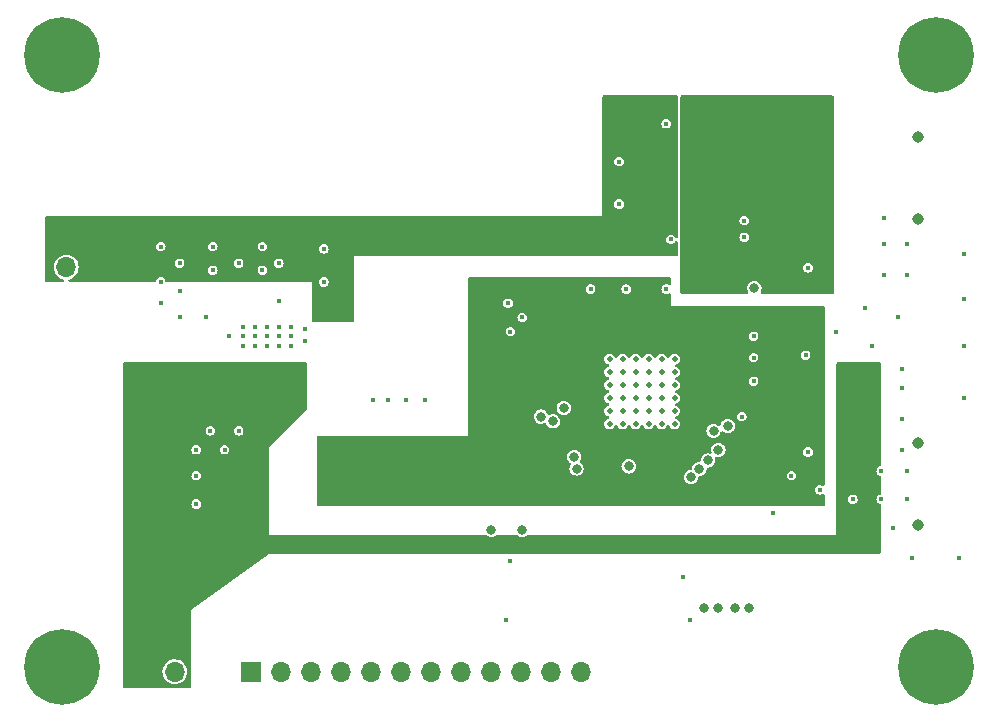
<source format=gbr>
%TF.GenerationSoftware,KiCad,Pcbnew,6.0.6-3a73a75311~116~ubuntu20.04.1*%
%TF.CreationDate,2022-09-22T10:05:31+01:00*%
%TF.ProjectId,UFOMothership,55464f4d-6f74-4686-9572-736869702e6b,rev?*%
%TF.SameCoordinates,Original*%
%TF.FileFunction,Copper,L3,Inr*%
%TF.FilePolarity,Positive*%
%FSLAX46Y46*%
G04 Gerber Fmt 4.6, Leading zero omitted, Abs format (unit mm)*
G04 Created by KiCad (PCBNEW 6.0.6-3a73a75311~116~ubuntu20.04.1) date 2022-09-22 10:05:31*
%MOMM*%
%LPD*%
G01*
G04 APERTURE LIST*
%TA.AperFunction,ComponentPad*%
%ADD10C,0.800000*%
%TD*%
%TA.AperFunction,ComponentPad*%
%ADD11C,6.400000*%
%TD*%
%TA.AperFunction,ComponentPad*%
%ADD12R,1.700000X1.700000*%
%TD*%
%TA.AperFunction,ComponentPad*%
%ADD13O,1.700000X1.700000*%
%TD*%
%TA.AperFunction,ComponentPad*%
%ADD14C,0.970000*%
%TD*%
%TA.AperFunction,ComponentPad*%
%ADD15C,0.500000*%
%TD*%
%TA.AperFunction,ViaPad*%
%ADD16C,0.400000*%
%TD*%
%TA.AperFunction,ViaPad*%
%ADD17C,0.800000*%
%TD*%
G04 APERTURE END LIST*
D10*
%TO.N,N/C*%
%TO.C,REF\u002A\u002A*%
X206200000Y-110600000D03*
D11*
X206200000Y-108200000D03*
D10*
X207897056Y-106502944D03*
X204502944Y-106502944D03*
X207897056Y-109897056D03*
X204502944Y-109897056D03*
X203800000Y-108200000D03*
X206200000Y-105800000D03*
X208600000Y-108200000D03*
%TD*%
D11*
%TO.N,N/C*%
%TO.C,REF\u002A\u002A*%
X206200000Y-56400000D03*
D10*
X207897056Y-54702944D03*
X204502944Y-58097056D03*
X207897056Y-58097056D03*
X208600000Y-56400000D03*
X206200000Y-58800000D03*
X206200000Y-54000000D03*
X204502944Y-54702944D03*
X203800000Y-56400000D03*
%TD*%
D12*
%TO.N,+5V*%
%TO.C,J6*%
X139260000Y-108600000D03*
D13*
%TO.N,GND*%
X141800000Y-108600000D03*
%TD*%
D14*
%TO.N,GND*%
%TO.C,J4*%
X204680000Y-70292500D03*
X204680000Y-63307500D03*
%TD*%
D10*
%TO.N,N/C*%
%TO.C,REF\u002A\u002A*%
X130502944Y-106502944D03*
X130502944Y-109897056D03*
X134600000Y-108200000D03*
X133897056Y-106502944D03*
X132200000Y-105800000D03*
X133897056Y-109897056D03*
D11*
X132200000Y-108200000D03*
D10*
X132200000Y-110600000D03*
X129800000Y-108200000D03*
%TD*%
D15*
%TO.N,GND*%
%TO.C,U3*%
X180800000Y-86512500D03*
X184100000Y-85412500D03*
X179700000Y-82112500D03*
X178600000Y-82112500D03*
X184100000Y-86512500D03*
X183000000Y-82112500D03*
X180800000Y-87612500D03*
X184100000Y-82112500D03*
X183000000Y-87612500D03*
X184100000Y-84312500D03*
X183000000Y-85412500D03*
X184100000Y-87612500D03*
X178600000Y-85412500D03*
X178600000Y-86512500D03*
X178600000Y-83212500D03*
X179700000Y-84312500D03*
X181900000Y-87612500D03*
X181900000Y-86512500D03*
X179700000Y-86512500D03*
X180800000Y-83212500D03*
X181900000Y-83212500D03*
X178600000Y-87612500D03*
X180800000Y-84312500D03*
X181900000Y-85412500D03*
X180800000Y-82112500D03*
X180800000Y-85412500D03*
X179700000Y-83212500D03*
X181900000Y-84312500D03*
X179700000Y-87612500D03*
X179700000Y-85412500D03*
X183000000Y-86512500D03*
X183000000Y-83212500D03*
X184100000Y-83212500D03*
X181900000Y-82112500D03*
X183000000Y-84312500D03*
X178600000Y-84312500D03*
%TD*%
D12*
%TO.N,/GPIO0*%
%TO.C,J2*%
X148280000Y-108600000D03*
D13*
%TO.N,/GPIO1*%
X150820000Y-108600000D03*
%TO.N,/GPIO2*%
X153360000Y-108600000D03*
%TO.N,/GPIO3*%
X155900000Y-108600000D03*
%TO.N,/GPIO4*%
X158440000Y-108600000D03*
%TO.N,/GPIO5*%
X160980000Y-108600000D03*
%TO.N,/GPIO6*%
X163520000Y-108600000D03*
%TO.N,/GPIO7*%
X166060000Y-108600000D03*
%TO.N,/SCL*%
X168600000Y-108600000D03*
%TO.N,/SDA*%
X171140000Y-108600000D03*
%TO.N,/TRIGGER_IN*%
X173680000Y-108600000D03*
%TO.N,GND*%
X176220000Y-108600000D03*
%TD*%
D10*
%TO.N,N/C*%
%TO.C,REF\u002A\u002A*%
X130502944Y-54702944D03*
X132200000Y-58800000D03*
X134600000Y-56400000D03*
X133897056Y-58097056D03*
D11*
X132200000Y-56400000D03*
D10*
X133897056Y-54702944D03*
X132200000Y-54000000D03*
X129800000Y-56400000D03*
X130502944Y-58097056D03*
%TD*%
D12*
%TO.N,+VDC*%
%TO.C,J1*%
X132600000Y-71800000D03*
D13*
%TO.N,GND*%
X132600000Y-74340000D03*
%TD*%
D15*
%TO.N,/BIAS*%
%TO.C,U9*%
X184825000Y-70340000D03*
X185975000Y-68460000D03*
X184825000Y-68460000D03*
X184825000Y-69400000D03*
X185975000Y-70340000D03*
X185975000Y-69400000D03*
%TD*%
D14*
%TO.N,GND*%
%TO.C,J3*%
X204680000Y-96200000D03*
X204680000Y-89215000D03*
%TD*%
D15*
%TO.N,/BIAS*%
%TO.C,U8*%
X185974999Y-63910001D03*
X185974999Y-64850001D03*
X184824999Y-65790001D03*
X185974999Y-65790001D03*
X184824999Y-64850001D03*
X184824999Y-63910001D03*
%TD*%
D16*
%TO.N,+3.3V*%
X175200000Y-78800000D03*
X175200000Y-81600000D03*
X175000000Y-85000000D03*
%TO.N,GND*%
X149200000Y-74600000D03*
X145000000Y-74600000D03*
X147200000Y-74000000D03*
X142200000Y-74000000D03*
X142200000Y-76400000D03*
X144400000Y-78600000D03*
X142200000Y-78600000D03*
X140600000Y-77400000D03*
X140600000Y-75600000D03*
X140600000Y-72600000D03*
X145000000Y-72600000D03*
X149200000Y-72600000D03*
X154400000Y-75600000D03*
X154400000Y-72800000D03*
X202600000Y-96400000D03*
X204200000Y-99000000D03*
X208200000Y-99000000D03*
X201600000Y-91600000D03*
X203800000Y-91600000D03*
X195400000Y-90000000D03*
X196400000Y-93200000D03*
X199200000Y-94000000D03*
X201600000Y-94000000D03*
X203800000Y-94000000D03*
X208600000Y-85400000D03*
X208600000Y-81000000D03*
X208600000Y-77000000D03*
X208600000Y-73200000D03*
X203800000Y-72400000D03*
X203800000Y-75000000D03*
X203000000Y-78600000D03*
X200800000Y-81000000D03*
X195200000Y-81800000D03*
X197800000Y-79800000D03*
X200200000Y-77800000D03*
X201800000Y-75000000D03*
X201800000Y-72400000D03*
X201800000Y-70200000D03*
X203400000Y-89800000D03*
X203400000Y-87200000D03*
X203400000Y-84600000D03*
X203400000Y-83000000D03*
%TO.N,+3.3V*%
X169800000Y-104200000D03*
X170200000Y-99200000D03*
X181400000Y-93000000D03*
X172600000Y-94200000D03*
%TO.N,GND*%
X185400000Y-104200000D03*
X184800000Y-100600000D03*
X192400000Y-95200000D03*
X194000000Y-92000000D03*
X171200000Y-78600000D03*
X183400000Y-62200000D03*
%TO.N,+VDC*%
X182600000Y-73000000D03*
%TO.N,GND*%
X195400000Y-74400000D03*
X179400000Y-69000000D03*
X179400000Y-65400000D03*
%TO.N,/BIAS*%
X187600000Y-72000000D03*
X188000000Y-70200000D03*
%TO.N,GND*%
X190000000Y-71800000D03*
X190000000Y-70400000D03*
X183800000Y-72000000D03*
X183400000Y-76200000D03*
X180000000Y-76200000D03*
X177000000Y-76200000D03*
X170000000Y-77400000D03*
%TO.N,+5V*%
X200000000Y-83200000D03*
%TO.N,GND*%
X189800000Y-87000000D03*
X190800000Y-84000000D03*
X190800000Y-80200000D03*
X190800000Y-82000000D03*
%TO.N,+3.3V*%
X187087500Y-82112500D03*
X179100000Y-78900000D03*
X182600000Y-79000000D03*
X172675000Y-76925000D03*
%TO.N,/BIAS*%
X192600000Y-70400000D03*
X190800000Y-63600000D03*
X188200000Y-62600000D03*
X185800000Y-75800000D03*
X193600000Y-75800000D03*
X197200000Y-75800000D03*
X197200000Y-71000000D03*
X196200000Y-69400000D03*
X193800000Y-69400000D03*
X193800000Y-66600000D03*
X193800000Y-64000000D03*
X196000000Y-64000000D03*
X196000000Y-60600000D03*
X192600000Y-60600000D03*
X189200000Y-60600000D03*
X186200000Y-60600000D03*
%TO.N,GND*%
X170200000Y-79800000D03*
X163000000Y-85600000D03*
X161400000Y-85600000D03*
X159800000Y-85600000D03*
X158600000Y-85600000D03*
%TO.N,+3.3V*%
X167400000Y-84400000D03*
X167000000Y-87800000D03*
X167000000Y-89400000D03*
%TO.N,+5V*%
X146000000Y-95600000D03*
X146800000Y-96400000D03*
X148200000Y-96400000D03*
X149400000Y-96400000D03*
%TO.N,+3.3V*%
X157400000Y-93800000D03*
X157400000Y-92200000D03*
X157400000Y-90600000D03*
X157400000Y-89000000D03*
%TO.N,GND*%
X146000000Y-89800000D03*
X147200000Y-88200000D03*
X144800000Y-88200000D03*
X143600000Y-89800000D03*
X143600000Y-94400000D03*
X143600000Y-92000000D03*
%TO.N,+VDC*%
X155600000Y-78800000D03*
X155600000Y-77600000D03*
X156600000Y-78800000D03*
X156600000Y-77600000D03*
%TO.N,GND*%
X152800000Y-80600000D03*
X152800000Y-79600000D03*
X150600000Y-79400000D03*
X147600000Y-79400000D03*
X148600000Y-79400000D03*
X149600000Y-79400000D03*
X151600000Y-81000000D03*
X150600000Y-81000000D03*
X149600000Y-81000000D03*
X148600000Y-81000000D03*
X147600000Y-81000000D03*
X146400000Y-80200000D03*
X147600000Y-80200000D03*
X148600000Y-80200000D03*
X149600000Y-80200000D03*
X150600000Y-80200000D03*
X151600000Y-80200000D03*
X151600000Y-79400000D03*
%TO.N,Net-(C3-Pad2)*%
X150600000Y-77200000D03*
X150600000Y-74000000D03*
D17*
%TO.N,+VDC*%
X190862501Y-76137499D03*
%TO.N,+5V*%
X140400000Y-83000000D03*
X142000000Y-83000000D03*
X143600000Y-83000000D03*
X145200000Y-83000000D03*
X147600000Y-83000000D03*
X149600000Y-83000000D03*
X152200000Y-83000000D03*
%TO.N,/SDA*%
X174713357Y-86264160D03*
X173800000Y-87400000D03*
X171200000Y-96574001D03*
%TO.N,/SCL*%
X172800000Y-87000000D03*
X168600000Y-96574001D03*
%TO.N,/GPIO0*%
X175600000Y-90400000D03*
X187400000Y-88200000D03*
%TO.N,/GPIO1*%
X188600000Y-87800000D03*
X175800000Y-91400000D03*
%TO.N,Net-(R5-Pad2)*%
X180211829Y-91212770D03*
%TO.N,TDO*%
X187812299Y-89812299D03*
X190400000Y-103200000D03*
%TO.N,TDI*%
X186912299Y-90712299D03*
X189200000Y-103200000D03*
%TO.N,TMS*%
X185498789Y-92125809D03*
X186600000Y-103200000D03*
%TO.N,TCK*%
X186205544Y-91419054D03*
X187800000Y-103200000D03*
%TD*%
%TA.AperFunction,Conductor*%
%TO.N,+5V*%
G36*
X152942121Y-82420002D02*
G01*
X152988614Y-82473658D01*
X153000000Y-82526000D01*
X153000000Y-86347810D01*
X152979998Y-86415931D01*
X152963095Y-86436905D01*
X149800000Y-89600000D01*
X149800000Y-97000000D01*
X168125971Y-97000000D01*
X168194092Y-97020002D01*
X168202674Y-97026036D01*
X168297159Y-97098537D01*
X168443238Y-97159045D01*
X168600000Y-97179683D01*
X168608188Y-97178605D01*
X168748574Y-97160123D01*
X168756762Y-97159045D01*
X168902841Y-97098537D01*
X168997325Y-97026037D01*
X169063545Y-97000437D01*
X169074029Y-97000000D01*
X170725971Y-97000000D01*
X170794092Y-97020002D01*
X170802674Y-97026036D01*
X170897159Y-97098537D01*
X171043238Y-97159045D01*
X171200000Y-97179683D01*
X171208188Y-97178605D01*
X171348574Y-97160123D01*
X171356762Y-97159045D01*
X171502841Y-97098537D01*
X171597325Y-97026037D01*
X171663545Y-97000437D01*
X171674029Y-97000000D01*
X197800000Y-97000000D01*
X197800000Y-94000000D01*
X198794508Y-94000000D01*
X198796059Y-94009793D01*
X198806339Y-94074696D01*
X198814354Y-94125304D01*
X198871950Y-94238342D01*
X198961658Y-94328050D01*
X199074696Y-94385646D01*
X199084485Y-94387196D01*
X199084487Y-94387197D01*
X199190207Y-94403941D01*
X199200000Y-94405492D01*
X199209793Y-94403941D01*
X199315513Y-94387197D01*
X199315515Y-94387196D01*
X199325304Y-94385646D01*
X199438342Y-94328050D01*
X199528050Y-94238342D01*
X199585646Y-94125304D01*
X199593662Y-94074696D01*
X199603941Y-94009793D01*
X199605492Y-94000000D01*
X199599419Y-93961658D01*
X199587197Y-93884487D01*
X199587196Y-93884485D01*
X199585646Y-93874696D01*
X199528050Y-93761658D01*
X199438342Y-93671950D01*
X199325304Y-93614354D01*
X199315515Y-93612804D01*
X199315513Y-93612803D01*
X199209793Y-93596059D01*
X199200000Y-93594508D01*
X199190207Y-93596059D01*
X199084487Y-93612803D01*
X199084485Y-93612804D01*
X199074696Y-93614354D01*
X198961658Y-93671950D01*
X198871950Y-93761658D01*
X198814354Y-93874696D01*
X198812804Y-93884485D01*
X198812803Y-93884487D01*
X198800581Y-93961658D01*
X198794508Y-94000000D01*
X197800000Y-94000000D01*
X197800000Y-82526000D01*
X197820002Y-82457879D01*
X197873658Y-82411386D01*
X197926000Y-82400000D01*
X201474000Y-82400000D01*
X201542121Y-82420002D01*
X201588614Y-82473658D01*
X201600000Y-82526000D01*
X201600000Y-91086893D01*
X201579998Y-91155014D01*
X201526342Y-91201507D01*
X201493713Y-91211341D01*
X201484492Y-91212802D01*
X201484489Y-91212803D01*
X201474696Y-91214354D01*
X201361658Y-91271950D01*
X201271950Y-91361658D01*
X201214354Y-91474696D01*
X201212804Y-91484485D01*
X201212803Y-91484487D01*
X201204731Y-91535451D01*
X201194508Y-91600000D01*
X201196059Y-91609793D01*
X201209955Y-91697527D01*
X201214354Y-91725304D01*
X201271950Y-91838342D01*
X201361658Y-91928050D01*
X201474696Y-91985646D01*
X201484489Y-91987197D01*
X201484492Y-91987198D01*
X201493713Y-91988659D01*
X201557865Y-92019072D01*
X201595391Y-92079341D01*
X201600000Y-92113107D01*
X201600000Y-93486893D01*
X201579998Y-93555014D01*
X201526342Y-93601507D01*
X201493713Y-93611341D01*
X201484492Y-93612802D01*
X201484489Y-93612803D01*
X201474696Y-93614354D01*
X201361658Y-93671950D01*
X201271950Y-93761658D01*
X201214354Y-93874696D01*
X201212804Y-93884485D01*
X201212803Y-93884487D01*
X201200581Y-93961658D01*
X201194508Y-94000000D01*
X201196059Y-94009793D01*
X201206339Y-94074696D01*
X201214354Y-94125304D01*
X201271950Y-94238342D01*
X201361658Y-94328050D01*
X201474696Y-94385646D01*
X201484489Y-94387197D01*
X201484492Y-94387198D01*
X201493713Y-94388659D01*
X201557865Y-94419072D01*
X201595391Y-94479341D01*
X201600000Y-94513107D01*
X201600000Y-98474000D01*
X201579998Y-98542121D01*
X201526342Y-98588614D01*
X201474000Y-98600000D01*
X149800000Y-98600000D01*
X143200000Y-103400000D01*
X143200000Y-109874000D01*
X143179998Y-109942121D01*
X143126342Y-109988614D01*
X143074000Y-110000000D01*
X137526000Y-110000000D01*
X137457879Y-109979998D01*
X137411386Y-109926342D01*
X137400000Y-109874000D01*
X137400000Y-108585262D01*
X140744520Y-108585262D01*
X140761759Y-108790553D01*
X140818544Y-108988586D01*
X140821359Y-108994063D01*
X140821360Y-108994066D01*
X140842247Y-109034707D01*
X140912712Y-109171818D01*
X141040677Y-109333270D01*
X141197564Y-109466791D01*
X141377398Y-109567297D01*
X141461280Y-109594552D01*
X141567471Y-109629056D01*
X141567475Y-109629057D01*
X141573329Y-109630959D01*
X141777894Y-109655351D01*
X141784029Y-109654879D01*
X141784031Y-109654879D01*
X141840939Y-109650500D01*
X141983300Y-109639546D01*
X141989230Y-109637890D01*
X141989232Y-109637890D01*
X142175797Y-109585800D01*
X142175796Y-109585800D01*
X142181725Y-109584145D01*
X142187214Y-109581372D01*
X142187220Y-109581370D01*
X142360116Y-109494033D01*
X142365610Y-109491258D01*
X142527951Y-109364424D01*
X142662564Y-109208472D01*
X142683387Y-109171818D01*
X142761276Y-109034707D01*
X142764323Y-109029344D01*
X142829351Y-108833863D01*
X142855171Y-108629474D01*
X142855583Y-108600000D01*
X142835480Y-108394970D01*
X142775935Y-108197749D01*
X142679218Y-108015849D01*
X142605859Y-107925902D01*
X142552906Y-107860975D01*
X142552903Y-107860972D01*
X142549011Y-107856200D01*
X142531786Y-107841950D01*
X142395025Y-107728811D01*
X142395021Y-107728809D01*
X142390275Y-107724882D01*
X142209055Y-107626897D01*
X142012254Y-107565977D01*
X142006129Y-107565333D01*
X142006128Y-107565333D01*
X141813498Y-107545087D01*
X141813496Y-107545087D01*
X141807369Y-107544443D01*
X141720529Y-107552346D01*
X141608342Y-107562555D01*
X141608339Y-107562556D01*
X141602203Y-107563114D01*
X141404572Y-107621280D01*
X141222002Y-107716726D01*
X141217201Y-107720586D01*
X141217198Y-107720588D01*
X141066254Y-107841950D01*
X141061447Y-107845815D01*
X140929024Y-108003630D01*
X140926056Y-108009028D01*
X140926053Y-108009033D01*
X140919315Y-108021290D01*
X140829776Y-108184162D01*
X140767484Y-108380532D01*
X140766798Y-108386649D01*
X140766797Y-108386653D01*
X140745207Y-108579137D01*
X140744520Y-108585262D01*
X137400000Y-108585262D01*
X137400000Y-94400000D01*
X143194508Y-94400000D01*
X143214354Y-94525304D01*
X143271950Y-94638342D01*
X143361658Y-94728050D01*
X143474696Y-94785646D01*
X143484485Y-94787196D01*
X143484487Y-94787197D01*
X143590207Y-94803941D01*
X143600000Y-94805492D01*
X143609793Y-94803941D01*
X143715513Y-94787197D01*
X143715515Y-94787196D01*
X143725304Y-94785646D01*
X143838342Y-94728050D01*
X143928050Y-94638342D01*
X143985646Y-94525304D01*
X144005492Y-94400000D01*
X143994809Y-94332550D01*
X143987197Y-94284487D01*
X143987196Y-94284485D01*
X143985646Y-94274696D01*
X143928050Y-94161658D01*
X143838342Y-94071950D01*
X143725304Y-94014354D01*
X143715515Y-94012804D01*
X143715513Y-94012803D01*
X143609793Y-93996059D01*
X143600000Y-93994508D01*
X143590207Y-93996059D01*
X143484487Y-94012803D01*
X143484485Y-94012804D01*
X143474696Y-94014354D01*
X143361658Y-94071950D01*
X143271950Y-94161658D01*
X143214354Y-94274696D01*
X143212804Y-94284485D01*
X143212803Y-94284487D01*
X143205191Y-94332550D01*
X143194508Y-94400000D01*
X137400000Y-94400000D01*
X137400000Y-92000000D01*
X143194508Y-92000000D01*
X143196059Y-92009793D01*
X143206339Y-92074696D01*
X143214354Y-92125304D01*
X143271950Y-92238342D01*
X143361658Y-92328050D01*
X143474696Y-92385646D01*
X143484485Y-92387196D01*
X143484487Y-92387197D01*
X143590207Y-92403941D01*
X143600000Y-92405492D01*
X143609793Y-92403941D01*
X143715513Y-92387197D01*
X143715515Y-92387196D01*
X143725304Y-92385646D01*
X143838342Y-92328050D01*
X143928050Y-92238342D01*
X143985646Y-92125304D01*
X143993662Y-92074696D01*
X144003941Y-92009793D01*
X144005492Y-92000000D01*
X143994809Y-91932550D01*
X143987197Y-91884487D01*
X143987196Y-91884485D01*
X143985646Y-91874696D01*
X143928050Y-91761658D01*
X143838342Y-91671950D01*
X143725304Y-91614354D01*
X143715515Y-91612804D01*
X143715513Y-91612803D01*
X143609793Y-91596059D01*
X143600000Y-91594508D01*
X143590207Y-91596059D01*
X143484487Y-91612803D01*
X143484485Y-91612804D01*
X143474696Y-91614354D01*
X143361658Y-91671950D01*
X143271950Y-91761658D01*
X143214354Y-91874696D01*
X143212804Y-91884485D01*
X143212803Y-91884487D01*
X143205191Y-91932550D01*
X143194508Y-92000000D01*
X137400000Y-92000000D01*
X137400000Y-89800000D01*
X143194508Y-89800000D01*
X143196059Y-89809793D01*
X143206339Y-89874696D01*
X143214354Y-89925304D01*
X143271950Y-90038342D01*
X143361658Y-90128050D01*
X143474696Y-90185646D01*
X143484485Y-90187196D01*
X143484487Y-90187197D01*
X143590207Y-90203941D01*
X143600000Y-90205492D01*
X143609793Y-90203941D01*
X143715513Y-90187197D01*
X143715515Y-90187196D01*
X143725304Y-90185646D01*
X143838342Y-90128050D01*
X143928050Y-90038342D01*
X143985646Y-89925304D01*
X143993662Y-89874696D01*
X144003941Y-89809793D01*
X144005492Y-89800000D01*
X145594508Y-89800000D01*
X145596059Y-89809793D01*
X145606339Y-89874696D01*
X145614354Y-89925304D01*
X145671950Y-90038342D01*
X145761658Y-90128050D01*
X145874696Y-90185646D01*
X145884485Y-90187196D01*
X145884487Y-90187197D01*
X145990207Y-90203941D01*
X146000000Y-90205492D01*
X146009793Y-90203941D01*
X146115513Y-90187197D01*
X146115515Y-90187196D01*
X146125304Y-90185646D01*
X146238342Y-90128050D01*
X146328050Y-90038342D01*
X146385646Y-89925304D01*
X146393662Y-89874696D01*
X146403941Y-89809793D01*
X146405492Y-89800000D01*
X146399419Y-89761658D01*
X146387197Y-89684487D01*
X146387196Y-89684485D01*
X146385646Y-89674696D01*
X146328050Y-89561658D01*
X146238342Y-89471950D01*
X146125304Y-89414354D01*
X146115515Y-89412804D01*
X146115513Y-89412803D01*
X146009793Y-89396059D01*
X146000000Y-89394508D01*
X145990207Y-89396059D01*
X145884487Y-89412803D01*
X145884485Y-89412804D01*
X145874696Y-89414354D01*
X145761658Y-89471950D01*
X145671950Y-89561658D01*
X145614354Y-89674696D01*
X145612804Y-89684485D01*
X145612803Y-89684487D01*
X145600581Y-89761658D01*
X145594508Y-89800000D01*
X144005492Y-89800000D01*
X143999419Y-89761658D01*
X143987197Y-89684487D01*
X143987196Y-89684485D01*
X143985646Y-89674696D01*
X143928050Y-89561658D01*
X143838342Y-89471950D01*
X143725304Y-89414354D01*
X143715515Y-89412804D01*
X143715513Y-89412803D01*
X143609793Y-89396059D01*
X143600000Y-89394508D01*
X143590207Y-89396059D01*
X143484487Y-89412803D01*
X143484485Y-89412804D01*
X143474696Y-89414354D01*
X143361658Y-89471950D01*
X143271950Y-89561658D01*
X143214354Y-89674696D01*
X143212804Y-89684485D01*
X143212803Y-89684487D01*
X143200581Y-89761658D01*
X143194508Y-89800000D01*
X137400000Y-89800000D01*
X137400000Y-88200000D01*
X144394508Y-88200000D01*
X144414354Y-88325304D01*
X144471950Y-88438342D01*
X144561658Y-88528050D01*
X144674696Y-88585646D01*
X144684485Y-88587196D01*
X144684487Y-88587197D01*
X144790207Y-88603941D01*
X144800000Y-88605492D01*
X144809793Y-88603941D01*
X144915513Y-88587197D01*
X144915515Y-88587196D01*
X144925304Y-88585646D01*
X145038342Y-88528050D01*
X145128050Y-88438342D01*
X145185646Y-88325304D01*
X145205492Y-88200000D01*
X146794508Y-88200000D01*
X146814354Y-88325304D01*
X146871950Y-88438342D01*
X146961658Y-88528050D01*
X147074696Y-88585646D01*
X147084485Y-88587196D01*
X147084487Y-88587197D01*
X147190207Y-88603941D01*
X147200000Y-88605492D01*
X147209793Y-88603941D01*
X147315513Y-88587197D01*
X147315515Y-88587196D01*
X147325304Y-88585646D01*
X147438342Y-88528050D01*
X147528050Y-88438342D01*
X147585646Y-88325304D01*
X147605492Y-88200000D01*
X147603219Y-88185646D01*
X147587197Y-88084487D01*
X147587196Y-88084485D01*
X147585646Y-88074696D01*
X147528050Y-87961658D01*
X147438342Y-87871950D01*
X147325304Y-87814354D01*
X147315515Y-87812804D01*
X147315513Y-87812803D01*
X147209793Y-87796059D01*
X147200000Y-87794508D01*
X147190207Y-87796059D01*
X147084487Y-87812803D01*
X147084485Y-87812804D01*
X147074696Y-87814354D01*
X146961658Y-87871950D01*
X146871950Y-87961658D01*
X146814354Y-88074696D01*
X146812804Y-88084485D01*
X146812803Y-88084487D01*
X146796781Y-88185646D01*
X146794508Y-88200000D01*
X145205492Y-88200000D01*
X145203219Y-88185646D01*
X145187197Y-88084487D01*
X145187196Y-88084485D01*
X145185646Y-88074696D01*
X145128050Y-87961658D01*
X145038342Y-87871950D01*
X144925304Y-87814354D01*
X144915515Y-87812804D01*
X144915513Y-87812803D01*
X144809793Y-87796059D01*
X144800000Y-87794508D01*
X144790207Y-87796059D01*
X144684487Y-87812803D01*
X144684485Y-87812804D01*
X144674696Y-87814354D01*
X144561658Y-87871950D01*
X144471950Y-87961658D01*
X144414354Y-88074696D01*
X144412804Y-88084485D01*
X144412803Y-88084487D01*
X144396781Y-88185646D01*
X144394508Y-88200000D01*
X137400000Y-88200000D01*
X137400000Y-82526000D01*
X137420002Y-82457879D01*
X137473658Y-82411386D01*
X137526000Y-82400000D01*
X152874000Y-82400000D01*
X152942121Y-82420002D01*
G37*
%TD.AperFunction*%
%TD*%
%TA.AperFunction,Conductor*%
%TO.N,+VDC*%
G36*
X184342121Y-59820002D02*
G01*
X184388614Y-59873658D01*
X184400000Y-59926000D01*
X184400000Y-63728938D01*
X184394494Y-63765777D01*
X184393566Y-63768811D01*
X184389753Y-63776933D01*
X184388373Y-63785795D01*
X184388372Y-63785799D01*
X184371281Y-63895568D01*
X184371281Y-63895572D01*
X184369900Y-63904441D01*
X184371064Y-63913343D01*
X184371064Y-63913346D01*
X184385467Y-64023490D01*
X184385468Y-64023494D01*
X184386632Y-64032395D01*
X184390248Y-64040614D01*
X184392662Y-64049258D01*
X184391646Y-64049542D01*
X184400000Y-64089270D01*
X184400000Y-64668938D01*
X184394494Y-64705777D01*
X184393566Y-64708811D01*
X184389753Y-64716933D01*
X184388373Y-64725795D01*
X184388372Y-64725799D01*
X184371281Y-64835568D01*
X184371281Y-64835572D01*
X184369900Y-64844441D01*
X184371064Y-64853343D01*
X184371064Y-64853346D01*
X184385467Y-64963490D01*
X184385468Y-64963494D01*
X184386632Y-64972395D01*
X184390248Y-64980614D01*
X184392662Y-64989258D01*
X184391646Y-64989542D01*
X184400000Y-65029270D01*
X184400000Y-65608938D01*
X184394494Y-65645777D01*
X184393566Y-65648811D01*
X184389753Y-65656933D01*
X184388373Y-65665795D01*
X184388372Y-65665799D01*
X184371281Y-65775568D01*
X184371281Y-65775572D01*
X184369900Y-65784441D01*
X184371064Y-65793343D01*
X184371064Y-65793346D01*
X184385467Y-65903490D01*
X184385468Y-65903494D01*
X184386632Y-65912395D01*
X184390248Y-65920614D01*
X184392662Y-65929258D01*
X184391646Y-65929542D01*
X184400000Y-65969270D01*
X184400000Y-68278940D01*
X184394494Y-68315779D01*
X184393568Y-68318809D01*
X184389754Y-68326932D01*
X184388374Y-68335798D01*
X184371282Y-68445567D01*
X184371282Y-68445571D01*
X184369901Y-68454440D01*
X184371065Y-68463342D01*
X184371065Y-68463345D01*
X184385468Y-68573489D01*
X184385469Y-68573493D01*
X184386633Y-68582394D01*
X184390249Y-68590613D01*
X184392663Y-68599257D01*
X184391646Y-68599541D01*
X184400000Y-68639267D01*
X184400000Y-69218940D01*
X184394494Y-69255779D01*
X184393568Y-69258809D01*
X184389754Y-69266932D01*
X184388374Y-69275798D01*
X184371282Y-69385567D01*
X184371282Y-69385571D01*
X184369901Y-69394440D01*
X184371065Y-69403342D01*
X184371065Y-69403345D01*
X184385468Y-69513489D01*
X184385469Y-69513493D01*
X184386633Y-69522394D01*
X184390249Y-69530613D01*
X184392663Y-69539257D01*
X184391646Y-69539541D01*
X184400000Y-69579267D01*
X184400000Y-70158940D01*
X184394494Y-70195779D01*
X184393568Y-70198809D01*
X184389754Y-70206932D01*
X184388374Y-70215798D01*
X184371282Y-70325567D01*
X184371282Y-70325571D01*
X184369901Y-70334440D01*
X184371065Y-70343342D01*
X184371065Y-70343345D01*
X184385468Y-70453489D01*
X184385469Y-70453493D01*
X184386633Y-70462394D01*
X184390249Y-70470613D01*
X184392663Y-70479257D01*
X184391646Y-70479541D01*
X184400000Y-70519267D01*
X184400000Y-71770561D01*
X184379998Y-71838682D01*
X184326342Y-71885175D01*
X184256068Y-71895279D01*
X184191488Y-71865785D01*
X184161733Y-71827764D01*
X184132586Y-71770561D01*
X184128050Y-71761658D01*
X184038342Y-71671950D01*
X183925304Y-71614354D01*
X183915515Y-71612804D01*
X183915513Y-71612803D01*
X183809793Y-71596059D01*
X183800000Y-71594508D01*
X183790207Y-71596059D01*
X183684487Y-71612803D01*
X183684485Y-71612804D01*
X183674696Y-71614354D01*
X183561658Y-71671950D01*
X183471950Y-71761658D01*
X183414354Y-71874696D01*
X183394508Y-72000000D01*
X183414354Y-72125304D01*
X183471950Y-72238342D01*
X183561658Y-72328050D01*
X183674696Y-72385646D01*
X183684485Y-72387196D01*
X183684487Y-72387197D01*
X183790207Y-72403941D01*
X183800000Y-72405492D01*
X183809793Y-72403941D01*
X183915513Y-72387197D01*
X183915515Y-72387196D01*
X183925304Y-72385646D01*
X184038342Y-72328050D01*
X184128050Y-72238342D01*
X184161733Y-72172236D01*
X184210482Y-72120621D01*
X184279397Y-72103555D01*
X184346598Y-72126456D01*
X184390750Y-72182054D01*
X184400000Y-72229439D01*
X184400000Y-73274000D01*
X184379998Y-73342121D01*
X184326342Y-73388614D01*
X184274000Y-73400000D01*
X157000000Y-73400000D01*
X157000000Y-78874000D01*
X156979998Y-78942121D01*
X156926342Y-78988614D01*
X156874000Y-79000000D01*
X153526000Y-79000000D01*
X153457879Y-78979998D01*
X153411386Y-78926342D01*
X153400000Y-78874000D01*
X153400000Y-75600000D01*
X153994508Y-75600000D01*
X154014354Y-75725304D01*
X154071950Y-75838342D01*
X154161658Y-75928050D01*
X154274696Y-75985646D01*
X154284485Y-75987196D01*
X154284487Y-75987197D01*
X154390207Y-76003941D01*
X154400000Y-76005492D01*
X154409793Y-76003941D01*
X154515513Y-75987197D01*
X154515515Y-75987196D01*
X154525304Y-75985646D01*
X154638342Y-75928050D01*
X154728050Y-75838342D01*
X154785646Y-75725304D01*
X154805492Y-75600000D01*
X154785646Y-75474696D01*
X154728050Y-75361658D01*
X154638342Y-75271950D01*
X154525304Y-75214354D01*
X154515515Y-75212804D01*
X154515513Y-75212803D01*
X154409793Y-75196059D01*
X154400000Y-75194508D01*
X154390207Y-75196059D01*
X154284487Y-75212803D01*
X154284485Y-75212804D01*
X154274696Y-75214354D01*
X154161658Y-75271950D01*
X154071950Y-75361658D01*
X154014354Y-75474696D01*
X153994508Y-75600000D01*
X153400000Y-75600000D01*
X141113107Y-75600000D01*
X141044986Y-75579998D01*
X140998493Y-75526342D01*
X140988659Y-75493713D01*
X140987198Y-75484492D01*
X140987197Y-75484489D01*
X140985646Y-75474696D01*
X140928050Y-75361658D01*
X140838342Y-75271950D01*
X140725304Y-75214354D01*
X140715515Y-75212804D01*
X140715513Y-75212803D01*
X140609793Y-75196059D01*
X140600000Y-75194508D01*
X140590207Y-75196059D01*
X140484487Y-75212803D01*
X140484485Y-75212804D01*
X140474696Y-75214354D01*
X140361658Y-75271950D01*
X140271950Y-75361658D01*
X140214354Y-75474696D01*
X140212803Y-75484489D01*
X140212802Y-75484492D01*
X140211341Y-75493713D01*
X140180928Y-75557865D01*
X140120659Y-75595391D01*
X140086893Y-75600000D01*
X132913547Y-75600000D01*
X132845426Y-75579998D01*
X132798933Y-75526342D01*
X132788829Y-75456068D01*
X132818323Y-75391488D01*
X132879663Y-75352641D01*
X132975797Y-75325800D01*
X132975796Y-75325800D01*
X132981725Y-75324145D01*
X132987214Y-75321372D01*
X132987220Y-75321370D01*
X133160116Y-75234033D01*
X133165610Y-75231258D01*
X133189232Y-75212803D01*
X133323101Y-75108213D01*
X133327951Y-75104424D01*
X133462564Y-74948472D01*
X133483387Y-74911818D01*
X133521144Y-74845353D01*
X133564323Y-74769344D01*
X133620656Y-74600000D01*
X144594508Y-74600000D01*
X144614354Y-74725304D01*
X144671950Y-74838342D01*
X144761658Y-74928050D01*
X144874696Y-74985646D01*
X144884485Y-74987196D01*
X144884487Y-74987197D01*
X144990207Y-75003941D01*
X145000000Y-75005492D01*
X145009793Y-75003941D01*
X145115513Y-74987197D01*
X145115515Y-74987196D01*
X145125304Y-74985646D01*
X145238342Y-74928050D01*
X145328050Y-74838342D01*
X145385646Y-74725304D01*
X145405492Y-74600000D01*
X148794508Y-74600000D01*
X148814354Y-74725304D01*
X148871950Y-74838342D01*
X148961658Y-74928050D01*
X149074696Y-74985646D01*
X149084485Y-74987196D01*
X149084487Y-74987197D01*
X149190207Y-75003941D01*
X149200000Y-75005492D01*
X149209793Y-75003941D01*
X149315513Y-74987197D01*
X149315515Y-74987196D01*
X149325304Y-74985646D01*
X149438342Y-74928050D01*
X149528050Y-74838342D01*
X149585646Y-74725304D01*
X149605492Y-74600000D01*
X149585646Y-74474696D01*
X149528050Y-74361658D01*
X149438342Y-74271950D01*
X149325304Y-74214354D01*
X149315515Y-74212804D01*
X149315513Y-74212803D01*
X149209793Y-74196059D01*
X149200000Y-74194508D01*
X149190207Y-74196059D01*
X149084487Y-74212803D01*
X149084485Y-74212804D01*
X149074696Y-74214354D01*
X148961658Y-74271950D01*
X148871950Y-74361658D01*
X148814354Y-74474696D01*
X148794508Y-74600000D01*
X145405492Y-74600000D01*
X145385646Y-74474696D01*
X145328050Y-74361658D01*
X145238342Y-74271950D01*
X145125304Y-74214354D01*
X145115515Y-74212804D01*
X145115513Y-74212803D01*
X145009793Y-74196059D01*
X145000000Y-74194508D01*
X144990207Y-74196059D01*
X144884487Y-74212803D01*
X144884485Y-74212804D01*
X144874696Y-74214354D01*
X144761658Y-74271950D01*
X144671950Y-74361658D01*
X144614354Y-74474696D01*
X144594508Y-74600000D01*
X133620656Y-74600000D01*
X133629351Y-74573863D01*
X133655171Y-74369474D01*
X133655583Y-74340000D01*
X133635480Y-74134970D01*
X133594730Y-74000000D01*
X141794508Y-74000000D01*
X141814354Y-74125304D01*
X141871950Y-74238342D01*
X141961658Y-74328050D01*
X142074696Y-74385646D01*
X142084485Y-74387196D01*
X142084487Y-74387197D01*
X142190207Y-74403941D01*
X142200000Y-74405492D01*
X142209793Y-74403941D01*
X142315513Y-74387197D01*
X142315515Y-74387196D01*
X142325304Y-74385646D01*
X142438342Y-74328050D01*
X142528050Y-74238342D01*
X142585646Y-74125304D01*
X142605492Y-74000000D01*
X146794508Y-74000000D01*
X146814354Y-74125304D01*
X146871950Y-74238342D01*
X146961658Y-74328050D01*
X147074696Y-74385646D01*
X147084485Y-74387196D01*
X147084487Y-74387197D01*
X147190207Y-74403941D01*
X147200000Y-74405492D01*
X147209793Y-74403941D01*
X147315513Y-74387197D01*
X147315515Y-74387196D01*
X147325304Y-74385646D01*
X147438342Y-74328050D01*
X147528050Y-74238342D01*
X147585646Y-74125304D01*
X147605492Y-74000000D01*
X150194508Y-74000000D01*
X150214354Y-74125304D01*
X150271950Y-74238342D01*
X150361658Y-74328050D01*
X150474696Y-74385646D01*
X150484485Y-74387196D01*
X150484487Y-74387197D01*
X150590207Y-74403941D01*
X150600000Y-74405492D01*
X150609793Y-74403941D01*
X150715513Y-74387197D01*
X150715515Y-74387196D01*
X150725304Y-74385646D01*
X150838342Y-74328050D01*
X150928050Y-74238342D01*
X150985646Y-74125304D01*
X151005492Y-74000000D01*
X150985646Y-73874696D01*
X150928050Y-73761658D01*
X150838342Y-73671950D01*
X150725304Y-73614354D01*
X150715515Y-73612804D01*
X150715513Y-73612803D01*
X150609793Y-73596059D01*
X150600000Y-73594508D01*
X150590207Y-73596059D01*
X150484487Y-73612803D01*
X150484485Y-73612804D01*
X150474696Y-73614354D01*
X150361658Y-73671950D01*
X150271950Y-73761658D01*
X150214354Y-73874696D01*
X150194508Y-74000000D01*
X147605492Y-74000000D01*
X147585646Y-73874696D01*
X147528050Y-73761658D01*
X147438342Y-73671950D01*
X147325304Y-73614354D01*
X147315515Y-73612804D01*
X147315513Y-73612803D01*
X147209793Y-73596059D01*
X147200000Y-73594508D01*
X147190207Y-73596059D01*
X147084487Y-73612803D01*
X147084485Y-73612804D01*
X147074696Y-73614354D01*
X146961658Y-73671950D01*
X146871950Y-73761658D01*
X146814354Y-73874696D01*
X146794508Y-74000000D01*
X142605492Y-74000000D01*
X142585646Y-73874696D01*
X142528050Y-73761658D01*
X142438342Y-73671950D01*
X142325304Y-73614354D01*
X142315515Y-73612804D01*
X142315513Y-73612803D01*
X142209793Y-73596059D01*
X142200000Y-73594508D01*
X142190207Y-73596059D01*
X142084487Y-73612803D01*
X142084485Y-73612804D01*
X142074696Y-73614354D01*
X141961658Y-73671950D01*
X141871950Y-73761658D01*
X141814354Y-73874696D01*
X141794508Y-74000000D01*
X133594730Y-74000000D01*
X133575935Y-73937749D01*
X133479218Y-73755849D01*
X133367488Y-73618855D01*
X133352906Y-73600975D01*
X133352903Y-73600972D01*
X133349011Y-73596200D01*
X133331786Y-73581950D01*
X133195025Y-73468811D01*
X133195021Y-73468809D01*
X133190275Y-73464882D01*
X133009055Y-73366897D01*
X132812254Y-73305977D01*
X132806129Y-73305333D01*
X132806128Y-73305333D01*
X132613498Y-73285087D01*
X132613496Y-73285087D01*
X132607369Y-73284443D01*
X132520529Y-73292346D01*
X132408342Y-73302555D01*
X132408339Y-73302556D01*
X132402203Y-73303114D01*
X132204572Y-73361280D01*
X132022002Y-73456726D01*
X132017201Y-73460586D01*
X132017198Y-73460588D01*
X132006971Y-73468811D01*
X131861447Y-73585815D01*
X131729024Y-73743630D01*
X131726056Y-73749028D01*
X131726053Y-73749033D01*
X131661826Y-73865863D01*
X131629776Y-73924162D01*
X131567484Y-74120532D01*
X131566798Y-74126649D01*
X131566797Y-74126653D01*
X131550500Y-74271950D01*
X131544520Y-74325262D01*
X131561759Y-74530553D01*
X131618544Y-74728586D01*
X131621359Y-74734063D01*
X131621360Y-74734066D01*
X131678554Y-74845353D01*
X131712712Y-74911818D01*
X131840677Y-75073270D01*
X131997564Y-75206791D01*
X132177398Y-75307297D01*
X132183258Y-75309201D01*
X132321649Y-75354167D01*
X132380255Y-75394240D01*
X132407892Y-75459637D01*
X132395785Y-75529594D01*
X132347779Y-75581900D01*
X132282713Y-75600000D01*
X130926000Y-75600000D01*
X130857879Y-75579998D01*
X130811386Y-75526342D01*
X130800000Y-75474000D01*
X130800000Y-72600000D01*
X140194508Y-72600000D01*
X140196059Y-72609793D01*
X140206339Y-72674696D01*
X140214354Y-72725304D01*
X140271950Y-72838342D01*
X140361658Y-72928050D01*
X140474696Y-72985646D01*
X140484485Y-72987196D01*
X140484487Y-72987197D01*
X140590207Y-73003941D01*
X140600000Y-73005492D01*
X140609793Y-73003941D01*
X140715513Y-72987197D01*
X140715515Y-72987196D01*
X140725304Y-72985646D01*
X140838342Y-72928050D01*
X140928050Y-72838342D01*
X140985646Y-72725304D01*
X140993662Y-72674696D01*
X141003941Y-72609793D01*
X141005492Y-72600000D01*
X144594508Y-72600000D01*
X144596059Y-72609793D01*
X144606339Y-72674696D01*
X144614354Y-72725304D01*
X144671950Y-72838342D01*
X144761658Y-72928050D01*
X144874696Y-72985646D01*
X144884485Y-72987196D01*
X144884487Y-72987197D01*
X144990207Y-73003941D01*
X145000000Y-73005492D01*
X145009793Y-73003941D01*
X145115513Y-72987197D01*
X145115515Y-72987196D01*
X145125304Y-72985646D01*
X145238342Y-72928050D01*
X145328050Y-72838342D01*
X145385646Y-72725304D01*
X145393662Y-72674696D01*
X145403941Y-72609793D01*
X145405492Y-72600000D01*
X148794508Y-72600000D01*
X148796059Y-72609793D01*
X148806339Y-72674696D01*
X148814354Y-72725304D01*
X148871950Y-72838342D01*
X148961658Y-72928050D01*
X149074696Y-72985646D01*
X149084485Y-72987196D01*
X149084487Y-72987197D01*
X149190207Y-73003941D01*
X149200000Y-73005492D01*
X149209793Y-73003941D01*
X149315513Y-72987197D01*
X149315515Y-72987196D01*
X149325304Y-72985646D01*
X149438342Y-72928050D01*
X149528050Y-72838342D01*
X149547586Y-72800000D01*
X153994508Y-72800000D01*
X154014354Y-72925304D01*
X154071950Y-73038342D01*
X154161658Y-73128050D01*
X154274696Y-73185646D01*
X154284485Y-73187196D01*
X154284487Y-73187197D01*
X154390207Y-73203941D01*
X154400000Y-73205492D01*
X154409793Y-73203941D01*
X154515513Y-73187197D01*
X154515515Y-73187196D01*
X154525304Y-73185646D01*
X154638342Y-73128050D01*
X154728050Y-73038342D01*
X154785646Y-72925304D01*
X154805492Y-72800000D01*
X154803941Y-72790207D01*
X154787197Y-72684487D01*
X154787196Y-72684485D01*
X154785646Y-72674696D01*
X154728050Y-72561658D01*
X154638342Y-72471950D01*
X154525304Y-72414354D01*
X154515515Y-72412804D01*
X154515513Y-72412803D01*
X154409793Y-72396059D01*
X154400000Y-72394508D01*
X154390207Y-72396059D01*
X154284487Y-72412803D01*
X154284485Y-72412804D01*
X154274696Y-72414354D01*
X154161658Y-72471950D01*
X154071950Y-72561658D01*
X154014354Y-72674696D01*
X154012804Y-72684485D01*
X154012803Y-72684487D01*
X153996059Y-72790207D01*
X153994508Y-72800000D01*
X149547586Y-72800000D01*
X149585646Y-72725304D01*
X149593662Y-72674696D01*
X149603941Y-72609793D01*
X149605492Y-72600000D01*
X149585646Y-72474696D01*
X149528050Y-72361658D01*
X149438342Y-72271950D01*
X149325304Y-72214354D01*
X149315515Y-72212804D01*
X149315513Y-72212803D01*
X149209793Y-72196059D01*
X149200000Y-72194508D01*
X149190207Y-72196059D01*
X149084487Y-72212803D01*
X149084485Y-72212804D01*
X149074696Y-72214354D01*
X148961658Y-72271950D01*
X148871950Y-72361658D01*
X148814354Y-72474696D01*
X148794508Y-72600000D01*
X145405492Y-72600000D01*
X145385646Y-72474696D01*
X145328050Y-72361658D01*
X145238342Y-72271950D01*
X145125304Y-72214354D01*
X145115515Y-72212804D01*
X145115513Y-72212803D01*
X145009793Y-72196059D01*
X145000000Y-72194508D01*
X144990207Y-72196059D01*
X144884487Y-72212803D01*
X144884485Y-72212804D01*
X144874696Y-72214354D01*
X144761658Y-72271950D01*
X144671950Y-72361658D01*
X144614354Y-72474696D01*
X144594508Y-72600000D01*
X141005492Y-72600000D01*
X140985646Y-72474696D01*
X140928050Y-72361658D01*
X140838342Y-72271950D01*
X140725304Y-72214354D01*
X140715515Y-72212804D01*
X140715513Y-72212803D01*
X140609793Y-72196059D01*
X140600000Y-72194508D01*
X140590207Y-72196059D01*
X140484487Y-72212803D01*
X140484485Y-72212804D01*
X140474696Y-72214354D01*
X140361658Y-72271950D01*
X140271950Y-72361658D01*
X140214354Y-72474696D01*
X140194508Y-72600000D01*
X130800000Y-72600000D01*
X130800000Y-70126000D01*
X130820002Y-70057879D01*
X130873658Y-70011386D01*
X130926000Y-70000000D01*
X178000000Y-70000000D01*
X178000000Y-69000000D01*
X178994508Y-69000000D01*
X179014354Y-69125304D01*
X179071950Y-69238342D01*
X179161658Y-69328050D01*
X179274696Y-69385646D01*
X179284485Y-69387196D01*
X179284487Y-69387197D01*
X179390207Y-69403941D01*
X179400000Y-69405492D01*
X179409793Y-69403941D01*
X179515513Y-69387197D01*
X179515515Y-69387196D01*
X179525304Y-69385646D01*
X179638342Y-69328050D01*
X179728050Y-69238342D01*
X179785646Y-69125304D01*
X179805492Y-69000000D01*
X179785646Y-68874696D01*
X179728050Y-68761658D01*
X179638342Y-68671950D01*
X179525304Y-68614354D01*
X179515515Y-68612804D01*
X179515513Y-68612803D01*
X179409793Y-68596059D01*
X179400000Y-68594508D01*
X179390207Y-68596059D01*
X179284487Y-68612803D01*
X179284485Y-68612804D01*
X179274696Y-68614354D01*
X179161658Y-68671950D01*
X179071950Y-68761658D01*
X179014354Y-68874696D01*
X178994508Y-69000000D01*
X178000000Y-69000000D01*
X178000000Y-65400000D01*
X178994508Y-65400000D01*
X178996059Y-65409793D01*
X179001957Y-65447029D01*
X179014354Y-65525304D01*
X179071950Y-65638342D01*
X179161658Y-65728050D01*
X179274696Y-65785646D01*
X179284485Y-65787196D01*
X179284487Y-65787197D01*
X179390207Y-65803941D01*
X179400000Y-65805492D01*
X179409793Y-65803941D01*
X179515513Y-65787197D01*
X179515515Y-65787196D01*
X179525304Y-65785646D01*
X179638342Y-65728050D01*
X179728050Y-65638342D01*
X179785646Y-65525304D01*
X179798044Y-65447029D01*
X179803941Y-65409793D01*
X179805492Y-65400000D01*
X179785646Y-65274696D01*
X179728050Y-65161658D01*
X179638342Y-65071950D01*
X179525304Y-65014354D01*
X179515515Y-65012804D01*
X179515513Y-65012803D01*
X179409793Y-64996059D01*
X179400000Y-64994508D01*
X179390207Y-64996059D01*
X179284487Y-65012803D01*
X179284485Y-65012804D01*
X179274696Y-65014354D01*
X179161658Y-65071950D01*
X179071950Y-65161658D01*
X179014354Y-65274696D01*
X178994508Y-65400000D01*
X178000000Y-65400000D01*
X178000000Y-62200000D01*
X182994508Y-62200000D01*
X183014354Y-62325304D01*
X183071950Y-62438342D01*
X183161658Y-62528050D01*
X183274696Y-62585646D01*
X183284485Y-62587196D01*
X183284487Y-62587197D01*
X183390207Y-62603941D01*
X183400000Y-62605492D01*
X183409793Y-62603941D01*
X183515513Y-62587197D01*
X183515515Y-62587196D01*
X183525304Y-62585646D01*
X183638342Y-62528050D01*
X183728050Y-62438342D01*
X183785646Y-62325304D01*
X183805492Y-62200000D01*
X183785646Y-62074696D01*
X183728050Y-61961658D01*
X183638342Y-61871950D01*
X183525304Y-61814354D01*
X183515515Y-61812804D01*
X183515513Y-61812803D01*
X183409793Y-61796059D01*
X183400000Y-61794508D01*
X183390207Y-61796059D01*
X183284487Y-61812803D01*
X183284485Y-61812804D01*
X183274696Y-61814354D01*
X183161658Y-61871950D01*
X183071950Y-61961658D01*
X183014354Y-62074696D01*
X182994508Y-62200000D01*
X178000000Y-62200000D01*
X178000000Y-59926000D01*
X178020002Y-59857879D01*
X178073658Y-59811386D01*
X178126000Y-59800000D01*
X184274000Y-59800000D01*
X184342121Y-59820002D01*
G37*
%TD.AperFunction*%
%TD*%
%TA.AperFunction,Conductor*%
%TO.N,+3.3V*%
G36*
X183742121Y-75220002D02*
G01*
X183788614Y-75273658D01*
X183800000Y-75326000D01*
X183800000Y-75748705D01*
X183779998Y-75816826D01*
X183726342Y-75863319D01*
X183656068Y-75873423D01*
X183616797Y-75860972D01*
X183572383Y-75838342D01*
X183525304Y-75814354D01*
X183515515Y-75812804D01*
X183515513Y-75812803D01*
X183409793Y-75796059D01*
X183400000Y-75794508D01*
X183390207Y-75796059D01*
X183284487Y-75812803D01*
X183284485Y-75812804D01*
X183274696Y-75814354D01*
X183161658Y-75871950D01*
X183071950Y-75961658D01*
X183014354Y-76074696D01*
X183012804Y-76084485D01*
X183012803Y-76084487D01*
X183004407Y-76137499D01*
X182994508Y-76200000D01*
X183014354Y-76325304D01*
X183071950Y-76438342D01*
X183161658Y-76528050D01*
X183274696Y-76585646D01*
X183284485Y-76587196D01*
X183284487Y-76587197D01*
X183390207Y-76603941D01*
X183400000Y-76605492D01*
X183409793Y-76603941D01*
X183515513Y-76587197D01*
X183515515Y-76587196D01*
X183525304Y-76585646D01*
X183616796Y-76539028D01*
X183686574Y-76525924D01*
X183752359Y-76552624D01*
X183793265Y-76610652D01*
X183800000Y-76651295D01*
X183800000Y-77600000D01*
X196674000Y-77600000D01*
X196742121Y-77620002D01*
X196788614Y-77673658D01*
X196800000Y-77726000D01*
X196800000Y-92748705D01*
X196779998Y-92816826D01*
X196726342Y-92863319D01*
X196656068Y-92873423D01*
X196616797Y-92860972D01*
X196584020Y-92844271D01*
X196525304Y-92814354D01*
X196515515Y-92812804D01*
X196515513Y-92812803D01*
X196409793Y-92796059D01*
X196400000Y-92794508D01*
X196390207Y-92796059D01*
X196284487Y-92812803D01*
X196284485Y-92812804D01*
X196274696Y-92814354D01*
X196161658Y-92871950D01*
X196071950Y-92961658D01*
X196014354Y-93074696D01*
X195994508Y-93200000D01*
X196014354Y-93325304D01*
X196071950Y-93438342D01*
X196161658Y-93528050D01*
X196274696Y-93585646D01*
X196284485Y-93587196D01*
X196284487Y-93587197D01*
X196390207Y-93603941D01*
X196400000Y-93605492D01*
X196409793Y-93603941D01*
X196515513Y-93587197D01*
X196515515Y-93587196D01*
X196525304Y-93585646D01*
X196616796Y-93539028D01*
X196686574Y-93525924D01*
X196752359Y-93552624D01*
X196793265Y-93610652D01*
X196800000Y-93651295D01*
X196800000Y-94474000D01*
X196779998Y-94542121D01*
X196726342Y-94588614D01*
X196674000Y-94600000D01*
X153926000Y-94600000D01*
X153857879Y-94579998D01*
X153811386Y-94526342D01*
X153800000Y-94474000D01*
X153800000Y-92125809D01*
X184893107Y-92125809D01*
X184913745Y-92282571D01*
X184974253Y-92428650D01*
X185070507Y-92554091D01*
X185195948Y-92650345D01*
X185342027Y-92710853D01*
X185498789Y-92731491D01*
X185506977Y-92730413D01*
X185647363Y-92711931D01*
X185655551Y-92710853D01*
X185801630Y-92650345D01*
X185927071Y-92554091D01*
X186023325Y-92428650D01*
X186083833Y-92282571D01*
X186103610Y-92132351D01*
X186132333Y-92067423D01*
X186191598Y-92028332D01*
X186212086Y-92023875D01*
X186350274Y-92005682D01*
X186362306Y-92004098D01*
X186372200Y-92000000D01*
X193594508Y-92000000D01*
X193596059Y-92009793D01*
X193605187Y-92067423D01*
X193614354Y-92125304D01*
X193671950Y-92238342D01*
X193761658Y-92328050D01*
X193874696Y-92385646D01*
X193884485Y-92387196D01*
X193884487Y-92387197D01*
X193990207Y-92403941D01*
X194000000Y-92405492D01*
X194009793Y-92403941D01*
X194115513Y-92387197D01*
X194115515Y-92387196D01*
X194125304Y-92385646D01*
X194238342Y-92328050D01*
X194328050Y-92238342D01*
X194385646Y-92125304D01*
X194394814Y-92067423D01*
X194403941Y-92009793D01*
X194405492Y-92000000D01*
X194396558Y-91943590D01*
X194387197Y-91884487D01*
X194387196Y-91884485D01*
X194385646Y-91874696D01*
X194328050Y-91761658D01*
X194238342Y-91671950D01*
X194125304Y-91614354D01*
X194115515Y-91612804D01*
X194115513Y-91612803D01*
X194009793Y-91596059D01*
X194000000Y-91594508D01*
X193990207Y-91596059D01*
X193884487Y-91612803D01*
X193884485Y-91612804D01*
X193874696Y-91614354D01*
X193761658Y-91671950D01*
X193671950Y-91761658D01*
X193614354Y-91874696D01*
X193612804Y-91884485D01*
X193612803Y-91884487D01*
X193603442Y-91943590D01*
X193594508Y-92000000D01*
X186372200Y-92000000D01*
X186415935Y-91981884D01*
X186508385Y-91943590D01*
X186633826Y-91847336D01*
X186646670Y-91830598D01*
X186699569Y-91761658D01*
X186730080Y-91721895D01*
X186790588Y-91575816D01*
X186799519Y-91507981D01*
X186810365Y-91425596D01*
X186839088Y-91360668D01*
X186898353Y-91321577D01*
X186918841Y-91317120D01*
X187028697Y-91302657D01*
X187069061Y-91297343D01*
X187215140Y-91236835D01*
X187340581Y-91140581D01*
X187353425Y-91123843D01*
X187373900Y-91097159D01*
X187436835Y-91015140D01*
X187497343Y-90869061D01*
X187517981Y-90712299D01*
X187497343Y-90555537D01*
X187494406Y-90548447D01*
X187496091Y-90477739D01*
X187535886Y-90418944D01*
X187601151Y-90390998D01*
X187648373Y-90394375D01*
X187655537Y-90397343D01*
X187663721Y-90398420D01*
X187663723Y-90398421D01*
X187804111Y-90416903D01*
X187812299Y-90417981D01*
X187820487Y-90416903D01*
X187960873Y-90398421D01*
X187969061Y-90397343D01*
X188115140Y-90336835D01*
X188204381Y-90268358D01*
X188234035Y-90245604D01*
X188240581Y-90240581D01*
X188336835Y-90115140D01*
X188384528Y-90000000D01*
X194994508Y-90000000D01*
X194996059Y-90009793D01*
X195011536Y-90107510D01*
X195014354Y-90125304D01*
X195071950Y-90238342D01*
X195161658Y-90328050D01*
X195274696Y-90385646D01*
X195284485Y-90387196D01*
X195284487Y-90387197D01*
X195390207Y-90403941D01*
X195400000Y-90405492D01*
X195409793Y-90403941D01*
X195515513Y-90387197D01*
X195515515Y-90387196D01*
X195525304Y-90385646D01*
X195638342Y-90328050D01*
X195728050Y-90238342D01*
X195785646Y-90125304D01*
X195788465Y-90107510D01*
X195803941Y-90009793D01*
X195805492Y-90000000D01*
X195785646Y-89874696D01*
X195728050Y-89761658D01*
X195638342Y-89671950D01*
X195525304Y-89614354D01*
X195515515Y-89612804D01*
X195515513Y-89612803D01*
X195409793Y-89596059D01*
X195400000Y-89594508D01*
X195390207Y-89596059D01*
X195284487Y-89612803D01*
X195284485Y-89612804D01*
X195274696Y-89614354D01*
X195161658Y-89671950D01*
X195071950Y-89761658D01*
X195014354Y-89874696D01*
X194994508Y-90000000D01*
X188384528Y-90000000D01*
X188397343Y-89969061D01*
X188417981Y-89812299D01*
X188397343Y-89655537D01*
X188336835Y-89509458D01*
X188240581Y-89384017D01*
X188115140Y-89287763D01*
X187969061Y-89227255D01*
X187812299Y-89206617D01*
X187655537Y-89227255D01*
X187509458Y-89287763D01*
X187384017Y-89384017D01*
X187287763Y-89509458D01*
X187227255Y-89655537D01*
X187206617Y-89812299D01*
X187207695Y-89820487D01*
X187215595Y-89880491D01*
X187227255Y-89969061D01*
X187230192Y-89976151D01*
X187228507Y-90046859D01*
X187188712Y-90105654D01*
X187123447Y-90133600D01*
X187076225Y-90130223D01*
X187069061Y-90127255D01*
X187060877Y-90126178D01*
X187060875Y-90126177D01*
X186920487Y-90107695D01*
X186912299Y-90106617D01*
X186755537Y-90127255D01*
X186609458Y-90187763D01*
X186484017Y-90284017D01*
X186387763Y-90409458D01*
X186327255Y-90555537D01*
X186326177Y-90563726D01*
X186307478Y-90705757D01*
X186278755Y-90770685D01*
X186219490Y-90809776D01*
X186199002Y-90814233D01*
X186094804Y-90827951D01*
X186048782Y-90834010D01*
X185902703Y-90894518D01*
X185777262Y-90990772D01*
X185772239Y-90997318D01*
X185758564Y-91015140D01*
X185681008Y-91116213D01*
X185620500Y-91262292D01*
X185615744Y-91298421D01*
X185600723Y-91412512D01*
X185572000Y-91477440D01*
X185512735Y-91516531D01*
X185492247Y-91520988D01*
X185388049Y-91534706D01*
X185342027Y-91540765D01*
X185195948Y-91601273D01*
X185070507Y-91697527D01*
X185065484Y-91704073D01*
X185051809Y-91721895D01*
X184974253Y-91822968D01*
X184913745Y-91969047D01*
X184893107Y-92125809D01*
X153800000Y-92125809D01*
X153800000Y-90400000D01*
X174994318Y-90400000D01*
X175014956Y-90556762D01*
X175075464Y-90702841D01*
X175171718Y-90828282D01*
X175178264Y-90833305D01*
X175266911Y-90901326D01*
X175308778Y-90958664D01*
X175313000Y-91029535D01*
X175290171Y-91077991D01*
X175280493Y-91090604D01*
X175280491Y-91090608D01*
X175275464Y-91097159D01*
X175214956Y-91243238D01*
X175213878Y-91251426D01*
X175211369Y-91270481D01*
X175194318Y-91400000D01*
X175197688Y-91425596D01*
X175209660Y-91516531D01*
X175214956Y-91556762D01*
X175275464Y-91702841D01*
X175371718Y-91828282D01*
X175497159Y-91924536D01*
X175643238Y-91985044D01*
X175800000Y-92005682D01*
X175808188Y-92004604D01*
X175812032Y-92004098D01*
X175956762Y-91985044D01*
X176102841Y-91924536D01*
X176228282Y-91828282D01*
X176324536Y-91702841D01*
X176385044Y-91556762D01*
X176390341Y-91516531D01*
X176402312Y-91425596D01*
X176405682Y-91400000D01*
X176388631Y-91270481D01*
X176386122Y-91251426D01*
X176385044Y-91243238D01*
X176372424Y-91212770D01*
X179606147Y-91212770D01*
X179626785Y-91369532D01*
X179687293Y-91515611D01*
X179783547Y-91641052D01*
X179908988Y-91737306D01*
X180055067Y-91797814D01*
X180211829Y-91818452D01*
X180220017Y-91817374D01*
X180360403Y-91798892D01*
X180368591Y-91797814D01*
X180514670Y-91737306D01*
X180640111Y-91641052D01*
X180736365Y-91515611D01*
X180796873Y-91369532D01*
X180817511Y-91212770D01*
X180796873Y-91056008D01*
X180736365Y-90909929D01*
X180640111Y-90784488D01*
X180514670Y-90688234D01*
X180368591Y-90627726D01*
X180211829Y-90607088D01*
X180055067Y-90627726D01*
X179908988Y-90688234D01*
X179783547Y-90784488D01*
X179687293Y-90909929D01*
X179626785Y-91056008D01*
X179606147Y-91212770D01*
X176372424Y-91212770D01*
X176324536Y-91097159D01*
X176228282Y-90971718D01*
X176133089Y-90898674D01*
X176091222Y-90841336D01*
X176087000Y-90770465D01*
X176109829Y-90722009D01*
X176119507Y-90709396D01*
X176119509Y-90709392D01*
X176124536Y-90702841D01*
X176185044Y-90556762D01*
X176205682Y-90400000D01*
X176185044Y-90243238D01*
X176124536Y-90097159D01*
X176056059Y-90007918D01*
X176033305Y-89978264D01*
X176028282Y-89971718D01*
X176014149Y-89960873D01*
X175909392Y-89880491D01*
X175902841Y-89875464D01*
X175756762Y-89814956D01*
X175600000Y-89794318D01*
X175443238Y-89814956D01*
X175297159Y-89875464D01*
X175290608Y-89880491D01*
X175185852Y-89960873D01*
X175171718Y-89971718D01*
X175166695Y-89978264D01*
X175143941Y-90007918D01*
X175075464Y-90097159D01*
X175014956Y-90243238D01*
X174994318Y-90400000D01*
X153800000Y-90400000D01*
X153800000Y-88726000D01*
X153820002Y-88657879D01*
X153873658Y-88611386D01*
X153926000Y-88600000D01*
X166600000Y-88600000D01*
X166600000Y-88200000D01*
X186794318Y-88200000D01*
X186814956Y-88356762D01*
X186875464Y-88502841D01*
X186880491Y-88509392D01*
X186950017Y-88600000D01*
X186971718Y-88628282D01*
X187097159Y-88724536D01*
X187243238Y-88785044D01*
X187400000Y-88805682D01*
X187408188Y-88804604D01*
X187548574Y-88786122D01*
X187556762Y-88785044D01*
X187702841Y-88724536D01*
X187828282Y-88628282D01*
X187849984Y-88600000D01*
X187919509Y-88509392D01*
X187924536Y-88502841D01*
X187985044Y-88356762D01*
X187989048Y-88326346D01*
X188017769Y-88261419D01*
X188077034Y-88222326D01*
X188148025Y-88221481D01*
X188190673Y-88242828D01*
X188290604Y-88319507D01*
X188290608Y-88319509D01*
X188297159Y-88324536D01*
X188443238Y-88385044D01*
X188600000Y-88405682D01*
X188608188Y-88404604D01*
X188748574Y-88386122D01*
X188756762Y-88385044D01*
X188902841Y-88324536D01*
X189028282Y-88228282D01*
X189049984Y-88200000D01*
X189119509Y-88109392D01*
X189124536Y-88102841D01*
X189185044Y-87956762D01*
X189205682Y-87800000D01*
X189185044Y-87643238D01*
X189124536Y-87497159D01*
X189053008Y-87403941D01*
X189033305Y-87378264D01*
X189028282Y-87371718D01*
X188902841Y-87275464D01*
X188756762Y-87214956D01*
X188600000Y-87194318D01*
X188443238Y-87214956D01*
X188297159Y-87275464D01*
X188171718Y-87371718D01*
X188166695Y-87378264D01*
X188146992Y-87403941D01*
X188075464Y-87497159D01*
X188014956Y-87643238D01*
X188011130Y-87672304D01*
X188010952Y-87673653D01*
X187982231Y-87738581D01*
X187922966Y-87777674D01*
X187851975Y-87778519D01*
X187809327Y-87757172D01*
X187709396Y-87680493D01*
X187709392Y-87680491D01*
X187702841Y-87675464D01*
X187556762Y-87614956D01*
X187400000Y-87594318D01*
X187243238Y-87614956D01*
X187097159Y-87675464D01*
X186971718Y-87771718D01*
X186966695Y-87778264D01*
X186943941Y-87807918D01*
X186875464Y-87897159D01*
X186814956Y-88043238D01*
X186794318Y-88200000D01*
X166600000Y-88200000D01*
X166600000Y-87000000D01*
X172194318Y-87000000D01*
X172214956Y-87156762D01*
X172275464Y-87302841D01*
X172324461Y-87366695D01*
X172350017Y-87400000D01*
X172371718Y-87428282D01*
X172497159Y-87524536D01*
X172643238Y-87585044D01*
X172800000Y-87605682D01*
X172808188Y-87604604D01*
X172948574Y-87586122D01*
X172956762Y-87585044D01*
X172964389Y-87581885D01*
X172964392Y-87581884D01*
X173070735Y-87537835D01*
X173141325Y-87530246D01*
X173204812Y-87562025D01*
X173235362Y-87606025D01*
X173275464Y-87702841D01*
X173315303Y-87754760D01*
X173350017Y-87800000D01*
X173371718Y-87828282D01*
X173497159Y-87924536D01*
X173643238Y-87985044D01*
X173800000Y-88005682D01*
X173808188Y-88004604D01*
X173948574Y-87986122D01*
X173956762Y-87985044D01*
X174102841Y-87924536D01*
X174228282Y-87828282D01*
X174249984Y-87800000D01*
X174284697Y-87754760D01*
X174324536Y-87702841D01*
X174364260Y-87606940D01*
X178144901Y-87606940D01*
X178146065Y-87615842D01*
X178146065Y-87615845D01*
X178160468Y-87725989D01*
X178160469Y-87725993D01*
X178161633Y-87734894D01*
X178213605Y-87853010D01*
X178296639Y-87951791D01*
X178404060Y-88023296D01*
X178527233Y-88061778D01*
X178536203Y-88061942D01*
X178536207Y-88061943D01*
X178594942Y-88063019D01*
X178656255Y-88064143D01*
X178732933Y-88043238D01*
X178772092Y-88032562D01*
X178772093Y-88032562D01*
X178780755Y-88030200D01*
X178788405Y-88025503D01*
X178788407Y-88025502D01*
X178883072Y-87967378D01*
X178883075Y-87967375D01*
X178890724Y-87962679D01*
X178896750Y-87956022D01*
X178971300Y-87873661D01*
X178971303Y-87873657D01*
X178977322Y-87867007D01*
X179033588Y-87750875D01*
X179034149Y-87751147D01*
X179070161Y-87697886D01*
X179135413Y-87669909D01*
X179205432Y-87681651D01*
X179257988Y-87729384D01*
X179265750Y-87744251D01*
X179313605Y-87853010D01*
X179396639Y-87951791D01*
X179504060Y-88023296D01*
X179627233Y-88061778D01*
X179636203Y-88061942D01*
X179636207Y-88061943D01*
X179694942Y-88063019D01*
X179756255Y-88064143D01*
X179832933Y-88043238D01*
X179872092Y-88032562D01*
X179872093Y-88032562D01*
X179880755Y-88030200D01*
X179888405Y-88025503D01*
X179888407Y-88025502D01*
X179983072Y-87967378D01*
X179983075Y-87967375D01*
X179990724Y-87962679D01*
X179996750Y-87956022D01*
X180071300Y-87873661D01*
X180071303Y-87873657D01*
X180077322Y-87867007D01*
X180133588Y-87750875D01*
X180134149Y-87751147D01*
X180170161Y-87697886D01*
X180235413Y-87669909D01*
X180305432Y-87681651D01*
X180357988Y-87729384D01*
X180365750Y-87744251D01*
X180413605Y-87853010D01*
X180496639Y-87951791D01*
X180604060Y-88023296D01*
X180727233Y-88061778D01*
X180736203Y-88061942D01*
X180736207Y-88061943D01*
X180794942Y-88063019D01*
X180856255Y-88064143D01*
X180932933Y-88043238D01*
X180972092Y-88032562D01*
X180972093Y-88032562D01*
X180980755Y-88030200D01*
X180988405Y-88025503D01*
X180988407Y-88025502D01*
X181083072Y-87967378D01*
X181083075Y-87967375D01*
X181090724Y-87962679D01*
X181096750Y-87956022D01*
X181171300Y-87873661D01*
X181171303Y-87873657D01*
X181177322Y-87867007D01*
X181233588Y-87750875D01*
X181234149Y-87751147D01*
X181270161Y-87697886D01*
X181335413Y-87669909D01*
X181405432Y-87681651D01*
X181457988Y-87729384D01*
X181465750Y-87744251D01*
X181513605Y-87853010D01*
X181596639Y-87951791D01*
X181704060Y-88023296D01*
X181827233Y-88061778D01*
X181836203Y-88061942D01*
X181836207Y-88061943D01*
X181894942Y-88063019D01*
X181956255Y-88064143D01*
X182032933Y-88043238D01*
X182072092Y-88032562D01*
X182072093Y-88032562D01*
X182080755Y-88030200D01*
X182088405Y-88025503D01*
X182088407Y-88025502D01*
X182183072Y-87967378D01*
X182183075Y-87967375D01*
X182190724Y-87962679D01*
X182196750Y-87956022D01*
X182271300Y-87873661D01*
X182271303Y-87873657D01*
X182277322Y-87867007D01*
X182333588Y-87750875D01*
X182334149Y-87751147D01*
X182370161Y-87697886D01*
X182435413Y-87669909D01*
X182505432Y-87681651D01*
X182557988Y-87729384D01*
X182565750Y-87744251D01*
X182613605Y-87853010D01*
X182696639Y-87951791D01*
X182804060Y-88023296D01*
X182927233Y-88061778D01*
X182936203Y-88061942D01*
X182936207Y-88061943D01*
X182994942Y-88063019D01*
X183056255Y-88064143D01*
X183132933Y-88043238D01*
X183172092Y-88032562D01*
X183172093Y-88032562D01*
X183180755Y-88030200D01*
X183188405Y-88025503D01*
X183188407Y-88025502D01*
X183283072Y-87967378D01*
X183283075Y-87967375D01*
X183290724Y-87962679D01*
X183296750Y-87956022D01*
X183371300Y-87873661D01*
X183371303Y-87873657D01*
X183377322Y-87867007D01*
X183433588Y-87750875D01*
X183434149Y-87751147D01*
X183470161Y-87697886D01*
X183535413Y-87669909D01*
X183605432Y-87681651D01*
X183657988Y-87729384D01*
X183665750Y-87744251D01*
X183713605Y-87853010D01*
X183796639Y-87951791D01*
X183904060Y-88023296D01*
X184027233Y-88061778D01*
X184036203Y-88061942D01*
X184036207Y-88061943D01*
X184094942Y-88063019D01*
X184156255Y-88064143D01*
X184232933Y-88043238D01*
X184272092Y-88032562D01*
X184272093Y-88032562D01*
X184280755Y-88030200D01*
X184288405Y-88025503D01*
X184288407Y-88025502D01*
X184383072Y-87967378D01*
X184383075Y-87967375D01*
X184390724Y-87962679D01*
X184396750Y-87956022D01*
X184471300Y-87873661D01*
X184471303Y-87873657D01*
X184477322Y-87867007D01*
X184533588Y-87750875D01*
X184535657Y-87738581D01*
X184554190Y-87628417D01*
X184554997Y-87623620D01*
X184555133Y-87612500D01*
X184538615Y-87497159D01*
X184538112Y-87493645D01*
X184538111Y-87493642D01*
X184536839Y-87484759D01*
X184520743Y-87449357D01*
X184487145Y-87375462D01*
X184487143Y-87375459D01*
X184483428Y-87367288D01*
X184421323Y-87295211D01*
X184405051Y-87276326D01*
X184405049Y-87276324D01*
X184399193Y-87269528D01*
X184290906Y-87199341D01*
X184237668Y-87183419D01*
X184178135Y-87144736D01*
X184148966Y-87080008D01*
X184159422Y-87009786D01*
X184167988Y-87000000D01*
X189394508Y-87000000D01*
X189414354Y-87125304D01*
X189471950Y-87238342D01*
X189561658Y-87328050D01*
X189674696Y-87385646D01*
X189684485Y-87387196D01*
X189684487Y-87387197D01*
X189790207Y-87403941D01*
X189800000Y-87405492D01*
X189809793Y-87403941D01*
X189915513Y-87387197D01*
X189915515Y-87387196D01*
X189925304Y-87385646D01*
X190038342Y-87328050D01*
X190128050Y-87238342D01*
X190185646Y-87125304D01*
X190205492Y-87000000D01*
X190196326Y-86942126D01*
X190187197Y-86884487D01*
X190187196Y-86884485D01*
X190185646Y-86874696D01*
X190128050Y-86761658D01*
X190038342Y-86671950D01*
X189925304Y-86614354D01*
X189915515Y-86612804D01*
X189915513Y-86612803D01*
X189809793Y-86596059D01*
X189800000Y-86594508D01*
X189790207Y-86596059D01*
X189684487Y-86612803D01*
X189684485Y-86612804D01*
X189674696Y-86614354D01*
X189561658Y-86671950D01*
X189471950Y-86761658D01*
X189414354Y-86874696D01*
X189412804Y-86884485D01*
X189412803Y-86884487D01*
X189403674Y-86942126D01*
X189394508Y-87000000D01*
X184167988Y-87000000D01*
X184206183Y-86956364D01*
X184240630Y-86941139D01*
X184280755Y-86930200D01*
X184288405Y-86925503D01*
X184288407Y-86925502D01*
X184383072Y-86867378D01*
X184383075Y-86867375D01*
X184390724Y-86862679D01*
X184396750Y-86856022D01*
X184471300Y-86773661D01*
X184471303Y-86773657D01*
X184477322Y-86767007D01*
X184533588Y-86650875D01*
X184547210Y-86569909D01*
X184554190Y-86528417D01*
X184554997Y-86523620D01*
X184555133Y-86512500D01*
X184541009Y-86413878D01*
X184538112Y-86393645D01*
X184538111Y-86393642D01*
X184536839Y-86384759D01*
X184483428Y-86267288D01*
X184399193Y-86169528D01*
X184290906Y-86099341D01*
X184237668Y-86083419D01*
X184178135Y-86044736D01*
X184148966Y-85980008D01*
X184159422Y-85909786D01*
X184206183Y-85856364D01*
X184240630Y-85841139D01*
X184280755Y-85830200D01*
X184288405Y-85825503D01*
X184288407Y-85825502D01*
X184383072Y-85767378D01*
X184383075Y-85767375D01*
X184390724Y-85762679D01*
X184396750Y-85756022D01*
X184471300Y-85673661D01*
X184471303Y-85673657D01*
X184477322Y-85667007D01*
X184533588Y-85550875D01*
X184547210Y-85469909D01*
X184554190Y-85428417D01*
X184554997Y-85423620D01*
X184555133Y-85412500D01*
X184542592Y-85324928D01*
X184538112Y-85293645D01*
X184538111Y-85293642D01*
X184536839Y-85284759D01*
X184504828Y-85214354D01*
X184487145Y-85175462D01*
X184487143Y-85175459D01*
X184483428Y-85167288D01*
X184399193Y-85069528D01*
X184290906Y-84999341D01*
X184237668Y-84983419D01*
X184178135Y-84944736D01*
X184148966Y-84880008D01*
X184159422Y-84809786D01*
X184206183Y-84756364D01*
X184240630Y-84741139D01*
X184280755Y-84730200D01*
X184288405Y-84725503D01*
X184288407Y-84725502D01*
X184383072Y-84667378D01*
X184383075Y-84667375D01*
X184390724Y-84662679D01*
X184396750Y-84656022D01*
X184471300Y-84573661D01*
X184471303Y-84573657D01*
X184477322Y-84567007D01*
X184533588Y-84450875D01*
X184547210Y-84369909D01*
X184554190Y-84328417D01*
X184554997Y-84323620D01*
X184555133Y-84312500D01*
X184542592Y-84224928D01*
X184538112Y-84193645D01*
X184538111Y-84193642D01*
X184536839Y-84184759D01*
X184530724Y-84171309D01*
X184487145Y-84075462D01*
X184487143Y-84075459D01*
X184483428Y-84067288D01*
X184457625Y-84037342D01*
X184425450Y-84000000D01*
X190394508Y-84000000D01*
X190396059Y-84009793D01*
X190406460Y-84075460D01*
X190414354Y-84125304D01*
X190471950Y-84238342D01*
X190561658Y-84328050D01*
X190674696Y-84385646D01*
X190684485Y-84387196D01*
X190684487Y-84387197D01*
X190790207Y-84403941D01*
X190800000Y-84405492D01*
X190809793Y-84403941D01*
X190915513Y-84387197D01*
X190915515Y-84387196D01*
X190925304Y-84385646D01*
X191038342Y-84328050D01*
X191128050Y-84238342D01*
X191185646Y-84125304D01*
X191193541Y-84075460D01*
X191203941Y-84009793D01*
X191205492Y-84000000D01*
X191203941Y-83990207D01*
X191187197Y-83884487D01*
X191187196Y-83884485D01*
X191185646Y-83874696D01*
X191128050Y-83761658D01*
X191038342Y-83671950D01*
X190925304Y-83614354D01*
X190915515Y-83612804D01*
X190915513Y-83612803D01*
X190809793Y-83596059D01*
X190800000Y-83594508D01*
X190790207Y-83596059D01*
X190684487Y-83612803D01*
X190684485Y-83612804D01*
X190674696Y-83614354D01*
X190561658Y-83671950D01*
X190471950Y-83761658D01*
X190414354Y-83874696D01*
X190412804Y-83884485D01*
X190412803Y-83884487D01*
X190396059Y-83990207D01*
X190394508Y-84000000D01*
X184425450Y-84000000D01*
X184405051Y-83976326D01*
X184405049Y-83976324D01*
X184399193Y-83969528D01*
X184290906Y-83899341D01*
X184237668Y-83883419D01*
X184178135Y-83844736D01*
X184148966Y-83780008D01*
X184159422Y-83709786D01*
X184206183Y-83656364D01*
X184240630Y-83641139D01*
X184280755Y-83630200D01*
X184288405Y-83625503D01*
X184288407Y-83625502D01*
X184383072Y-83567378D01*
X184383075Y-83567375D01*
X184390724Y-83562679D01*
X184396750Y-83556022D01*
X184471300Y-83473661D01*
X184471303Y-83473657D01*
X184477322Y-83467007D01*
X184533588Y-83350875D01*
X184547210Y-83269909D01*
X184554190Y-83228417D01*
X184554997Y-83223620D01*
X184555133Y-83212500D01*
X184542592Y-83124928D01*
X184538112Y-83093645D01*
X184538111Y-83093642D01*
X184536839Y-83084759D01*
X184483428Y-82967288D01*
X184399193Y-82869528D01*
X184290906Y-82799341D01*
X184237668Y-82783419D01*
X184178135Y-82744736D01*
X184148966Y-82680008D01*
X184159422Y-82609786D01*
X184206183Y-82556364D01*
X184240630Y-82541139D01*
X184280755Y-82530200D01*
X184288405Y-82525503D01*
X184288407Y-82525502D01*
X184383072Y-82467378D01*
X184383075Y-82467375D01*
X184390724Y-82462679D01*
X184396750Y-82456022D01*
X184471300Y-82373661D01*
X184471303Y-82373657D01*
X184477322Y-82367007D01*
X184533588Y-82250875D01*
X184547210Y-82169909D01*
X184554190Y-82128417D01*
X184554997Y-82123620D01*
X184555133Y-82112500D01*
X184539022Y-82000000D01*
X190394508Y-82000000D01*
X190414354Y-82125304D01*
X190471950Y-82238342D01*
X190561658Y-82328050D01*
X190674696Y-82385646D01*
X190684485Y-82387196D01*
X190684487Y-82387197D01*
X190790207Y-82403941D01*
X190800000Y-82405492D01*
X190809793Y-82403941D01*
X190915513Y-82387197D01*
X190915515Y-82387196D01*
X190925304Y-82385646D01*
X191038342Y-82328050D01*
X191128050Y-82238342D01*
X191185646Y-82125304D01*
X191205492Y-82000000D01*
X191200948Y-81971309D01*
X191187197Y-81884487D01*
X191187196Y-81884485D01*
X191185646Y-81874696D01*
X191147586Y-81800000D01*
X194794508Y-81800000D01*
X194796059Y-81809793D01*
X194806460Y-81875460D01*
X194814354Y-81925304D01*
X194871950Y-82038342D01*
X194961658Y-82128050D01*
X195074696Y-82185646D01*
X195084485Y-82187196D01*
X195084487Y-82187197D01*
X195190207Y-82203941D01*
X195200000Y-82205492D01*
X195209793Y-82203941D01*
X195315513Y-82187197D01*
X195315515Y-82187196D01*
X195325304Y-82185646D01*
X195438342Y-82128050D01*
X195528050Y-82038342D01*
X195585646Y-81925304D01*
X195593541Y-81875460D01*
X195603941Y-81809793D01*
X195605492Y-81800000D01*
X195603941Y-81790207D01*
X195587197Y-81684487D01*
X195587196Y-81684485D01*
X195585646Y-81674696D01*
X195528050Y-81561658D01*
X195438342Y-81471950D01*
X195325304Y-81414354D01*
X195315515Y-81412804D01*
X195315513Y-81412803D01*
X195209793Y-81396059D01*
X195200000Y-81394508D01*
X195190207Y-81396059D01*
X195084487Y-81412803D01*
X195084485Y-81412804D01*
X195074696Y-81414354D01*
X194961658Y-81471950D01*
X194871950Y-81561658D01*
X194814354Y-81674696D01*
X194812804Y-81684485D01*
X194812803Y-81684487D01*
X194796059Y-81790207D01*
X194794508Y-81800000D01*
X191147586Y-81800000D01*
X191128050Y-81761658D01*
X191038342Y-81671950D01*
X190925304Y-81614354D01*
X190915515Y-81612804D01*
X190915513Y-81612803D01*
X190809793Y-81596059D01*
X190800000Y-81594508D01*
X190790207Y-81596059D01*
X190684487Y-81612803D01*
X190684485Y-81612804D01*
X190674696Y-81614354D01*
X190561658Y-81671950D01*
X190471950Y-81761658D01*
X190414354Y-81874696D01*
X190412804Y-81884485D01*
X190412803Y-81884487D01*
X190399052Y-81971309D01*
X190394508Y-82000000D01*
X184539022Y-82000000D01*
X184538112Y-81993645D01*
X184538111Y-81993642D01*
X184536839Y-81984759D01*
X184530724Y-81971309D01*
X184487145Y-81875462D01*
X184487143Y-81875459D01*
X184483428Y-81867288D01*
X184457625Y-81837342D01*
X184405051Y-81776326D01*
X184405049Y-81776324D01*
X184399193Y-81769528D01*
X184290906Y-81699341D01*
X184282311Y-81696771D01*
X184282310Y-81696770D01*
X184175874Y-81664938D01*
X184175872Y-81664938D01*
X184167273Y-81662366D01*
X184158298Y-81662311D01*
X184158297Y-81662311D01*
X184103641Y-81661977D01*
X184038231Y-81661578D01*
X184001940Y-81671950D01*
X183922786Y-81694572D01*
X183922784Y-81694573D01*
X183914155Y-81697039D01*
X183805019Y-81765899D01*
X183719596Y-81862622D01*
X183715782Y-81870745D01*
X183715781Y-81870747D01*
X183709330Y-81884487D01*
X183664754Y-81979432D01*
X183662053Y-81978164D01*
X183631264Y-82024928D01*
X183566361Y-82053706D01*
X183496203Y-82042827D01*
X183443064Y-81995744D01*
X183435107Y-81980950D01*
X183433125Y-81976590D01*
X183383428Y-81867288D01*
X183357625Y-81837342D01*
X183305051Y-81776326D01*
X183305049Y-81776324D01*
X183299193Y-81769528D01*
X183190906Y-81699341D01*
X183182311Y-81696771D01*
X183182310Y-81696770D01*
X183075874Y-81664938D01*
X183075872Y-81664938D01*
X183067273Y-81662366D01*
X183058298Y-81662311D01*
X183058297Y-81662311D01*
X183003641Y-81661977D01*
X182938231Y-81661578D01*
X182901940Y-81671950D01*
X182822786Y-81694572D01*
X182822784Y-81694573D01*
X182814155Y-81697039D01*
X182705019Y-81765899D01*
X182619596Y-81862622D01*
X182615782Y-81870745D01*
X182615781Y-81870747D01*
X182609330Y-81884487D01*
X182564754Y-81979432D01*
X182562053Y-81978164D01*
X182531264Y-82024928D01*
X182466361Y-82053706D01*
X182396203Y-82042827D01*
X182343064Y-81995744D01*
X182335107Y-81980950D01*
X182333125Y-81976590D01*
X182283428Y-81867288D01*
X182257625Y-81837342D01*
X182205051Y-81776326D01*
X182205049Y-81776324D01*
X182199193Y-81769528D01*
X182090906Y-81699341D01*
X182082311Y-81696771D01*
X182082310Y-81696770D01*
X181975874Y-81664938D01*
X181975872Y-81664938D01*
X181967273Y-81662366D01*
X181958298Y-81662311D01*
X181958297Y-81662311D01*
X181903641Y-81661977D01*
X181838231Y-81661578D01*
X181801940Y-81671950D01*
X181722786Y-81694572D01*
X181722784Y-81694573D01*
X181714155Y-81697039D01*
X181605019Y-81765899D01*
X181519596Y-81862622D01*
X181515782Y-81870745D01*
X181515781Y-81870747D01*
X181509330Y-81884487D01*
X181464754Y-81979432D01*
X181462053Y-81978164D01*
X181431264Y-82024928D01*
X181366361Y-82053706D01*
X181296203Y-82042827D01*
X181243064Y-81995744D01*
X181235107Y-81980950D01*
X181233125Y-81976590D01*
X181183428Y-81867288D01*
X181157625Y-81837342D01*
X181105051Y-81776326D01*
X181105049Y-81776324D01*
X181099193Y-81769528D01*
X180990906Y-81699341D01*
X180982311Y-81696771D01*
X180982310Y-81696770D01*
X180875874Y-81664938D01*
X180875872Y-81664938D01*
X180867273Y-81662366D01*
X180858298Y-81662311D01*
X180858297Y-81662311D01*
X180803641Y-81661977D01*
X180738231Y-81661578D01*
X180701940Y-81671950D01*
X180622786Y-81694572D01*
X180622784Y-81694573D01*
X180614155Y-81697039D01*
X180505019Y-81765899D01*
X180419596Y-81862622D01*
X180415782Y-81870745D01*
X180415781Y-81870747D01*
X180409330Y-81884487D01*
X180364754Y-81979432D01*
X180362053Y-81978164D01*
X180331264Y-82024928D01*
X180266361Y-82053706D01*
X180196203Y-82042827D01*
X180143064Y-81995744D01*
X180135107Y-81980950D01*
X180133125Y-81976590D01*
X180083428Y-81867288D01*
X180057625Y-81837342D01*
X180005051Y-81776326D01*
X180005049Y-81776324D01*
X179999193Y-81769528D01*
X179890906Y-81699341D01*
X179882311Y-81696771D01*
X179882310Y-81696770D01*
X179775874Y-81664938D01*
X179775872Y-81664938D01*
X179767273Y-81662366D01*
X179758298Y-81662311D01*
X179758297Y-81662311D01*
X179703641Y-81661977D01*
X179638231Y-81661578D01*
X179601940Y-81671950D01*
X179522786Y-81694572D01*
X179522784Y-81694573D01*
X179514155Y-81697039D01*
X179405019Y-81765899D01*
X179319596Y-81862622D01*
X179315782Y-81870745D01*
X179315781Y-81870747D01*
X179309330Y-81884487D01*
X179264754Y-81979432D01*
X179262053Y-81978164D01*
X179231264Y-82024928D01*
X179166361Y-82053706D01*
X179096203Y-82042827D01*
X179043064Y-81995744D01*
X179035107Y-81980950D01*
X179033125Y-81976590D01*
X178983428Y-81867288D01*
X178957625Y-81837342D01*
X178905051Y-81776326D01*
X178905049Y-81776324D01*
X178899193Y-81769528D01*
X178790906Y-81699341D01*
X178782311Y-81696771D01*
X178782310Y-81696770D01*
X178675874Y-81664938D01*
X178675872Y-81664938D01*
X178667273Y-81662366D01*
X178658298Y-81662311D01*
X178658297Y-81662311D01*
X178603641Y-81661977D01*
X178538231Y-81661578D01*
X178501940Y-81671950D01*
X178422786Y-81694572D01*
X178422784Y-81694573D01*
X178414155Y-81697039D01*
X178305019Y-81765899D01*
X178219596Y-81862622D01*
X178215782Y-81870745D01*
X178215781Y-81870747D01*
X178209330Y-81884487D01*
X178164754Y-81979432D01*
X178161552Y-82000000D01*
X178146282Y-82098067D01*
X178146282Y-82098071D01*
X178144901Y-82106940D01*
X178146065Y-82115842D01*
X178146065Y-82115845D01*
X178160468Y-82225989D01*
X178160469Y-82225993D01*
X178161633Y-82234894D01*
X178170374Y-82254760D01*
X178199538Y-82321039D01*
X178213605Y-82353010D01*
X178296639Y-82451791D01*
X178404060Y-82523296D01*
X178412627Y-82525973D01*
X178412628Y-82525973D01*
X178464331Y-82542126D01*
X178523387Y-82581532D01*
X178551764Y-82646611D01*
X178540451Y-82716701D01*
X178493042Y-82769548D01*
X178461380Y-82783542D01*
X178422788Y-82794571D01*
X178422784Y-82794573D01*
X178414155Y-82797039D01*
X178305019Y-82865899D01*
X178219596Y-82962622D01*
X178215782Y-82970745D01*
X178215781Y-82970747D01*
X178189794Y-83026098D01*
X178164754Y-83079432D01*
X178157670Y-83124928D01*
X178146282Y-83198067D01*
X178146282Y-83198071D01*
X178144901Y-83206940D01*
X178146065Y-83215842D01*
X178146065Y-83215845D01*
X178160468Y-83325989D01*
X178160469Y-83325993D01*
X178161633Y-83334894D01*
X178213605Y-83453010D01*
X178296639Y-83551791D01*
X178304116Y-83556768D01*
X178390627Y-83614354D01*
X178404060Y-83623296D01*
X178412627Y-83625973D01*
X178412628Y-83625973D01*
X178464331Y-83642126D01*
X178523387Y-83681532D01*
X178551764Y-83746611D01*
X178540451Y-83816701D01*
X178493042Y-83869548D01*
X178461380Y-83883542D01*
X178422788Y-83894571D01*
X178422784Y-83894573D01*
X178414155Y-83897039D01*
X178305019Y-83965899D01*
X178219596Y-84062622D01*
X178215782Y-84070745D01*
X178215781Y-84070747D01*
X178194764Y-84115513D01*
X178164754Y-84179432D01*
X178157670Y-84224928D01*
X178146282Y-84298067D01*
X178146282Y-84298071D01*
X178144901Y-84306940D01*
X178146065Y-84315842D01*
X178146065Y-84315845D01*
X178160468Y-84425989D01*
X178160469Y-84425993D01*
X178161633Y-84434894D01*
X178213605Y-84553010D01*
X178296639Y-84651791D01*
X178404060Y-84723296D01*
X178412627Y-84725973D01*
X178412628Y-84725973D01*
X178464331Y-84742126D01*
X178523387Y-84781532D01*
X178551764Y-84846611D01*
X178540451Y-84916701D01*
X178493042Y-84969548D01*
X178461380Y-84983542D01*
X178422788Y-84994571D01*
X178422784Y-84994573D01*
X178414155Y-84997039D01*
X178305019Y-85065899D01*
X178219596Y-85162622D01*
X178215782Y-85170745D01*
X178215781Y-85170747D01*
X178195308Y-85214354D01*
X178164754Y-85279432D01*
X178157670Y-85324928D01*
X178146282Y-85398067D01*
X178146282Y-85398071D01*
X178144901Y-85406940D01*
X178146065Y-85415842D01*
X178146065Y-85415845D01*
X178160468Y-85525989D01*
X178160469Y-85525993D01*
X178161633Y-85534894D01*
X178213605Y-85653010D01*
X178219382Y-85659883D01*
X178219383Y-85659884D01*
X178290637Y-85744651D01*
X178296639Y-85751791D01*
X178404060Y-85823296D01*
X178412627Y-85825973D01*
X178412628Y-85825973D01*
X178464331Y-85842126D01*
X178523387Y-85881532D01*
X178551764Y-85946611D01*
X178540451Y-86016701D01*
X178493042Y-86069548D01*
X178461380Y-86083542D01*
X178422788Y-86094571D01*
X178422784Y-86094573D01*
X178414155Y-86097039D01*
X178305019Y-86165899D01*
X178219596Y-86262622D01*
X178215782Y-86270745D01*
X178215781Y-86270747D01*
X178189794Y-86326098D01*
X178164754Y-86379432D01*
X178159569Y-86412734D01*
X178146282Y-86498067D01*
X178146282Y-86498071D01*
X178144901Y-86506940D01*
X178146065Y-86515842D01*
X178146065Y-86515845D01*
X178160468Y-86625989D01*
X178160469Y-86625993D01*
X178161633Y-86634894D01*
X178213605Y-86753010D01*
X178219382Y-86759883D01*
X178219383Y-86759884D01*
X178285025Y-86837975D01*
X178296639Y-86851791D01*
X178404060Y-86923296D01*
X178412627Y-86925973D01*
X178412628Y-86925973D01*
X178464331Y-86942126D01*
X178523387Y-86981532D01*
X178551764Y-87046611D01*
X178540451Y-87116701D01*
X178493042Y-87169548D01*
X178461380Y-87183542D01*
X178422788Y-87194571D01*
X178422784Y-87194573D01*
X178414155Y-87197039D01*
X178406565Y-87201828D01*
X178353026Y-87235609D01*
X178305019Y-87265899D01*
X178219596Y-87362622D01*
X178215782Y-87370745D01*
X178215781Y-87370747D01*
X178212252Y-87378264D01*
X178164754Y-87479432D01*
X178161994Y-87497159D01*
X178146282Y-87598067D01*
X178146282Y-87598071D01*
X178144901Y-87606940D01*
X174364260Y-87606940D01*
X174385044Y-87556762D01*
X174405682Y-87400000D01*
X174385044Y-87243238D01*
X174324536Y-87097159D01*
X174256059Y-87007918D01*
X174233305Y-86978264D01*
X174228282Y-86971718D01*
X174102841Y-86875464D01*
X173956762Y-86814956D01*
X173800000Y-86794318D01*
X173643238Y-86814956D01*
X173635611Y-86818115D01*
X173635608Y-86818116D01*
X173529265Y-86862165D01*
X173458675Y-86869754D01*
X173395188Y-86837975D01*
X173364638Y-86793974D01*
X173362452Y-86788696D01*
X173324536Y-86697159D01*
X173228282Y-86571718D01*
X173102841Y-86475464D01*
X172956762Y-86414956D01*
X172800000Y-86394318D01*
X172643238Y-86414956D01*
X172497159Y-86475464D01*
X172371718Y-86571718D01*
X172275464Y-86697159D01*
X172214956Y-86843238D01*
X172194318Y-87000000D01*
X166600000Y-87000000D01*
X166600000Y-86264160D01*
X174107675Y-86264160D01*
X174128313Y-86420922D01*
X174188821Y-86567001D01*
X174285075Y-86692442D01*
X174410516Y-86788696D01*
X174556595Y-86849204D01*
X174713357Y-86869842D01*
X174721545Y-86868764D01*
X174743581Y-86865863D01*
X174870119Y-86849204D01*
X175016198Y-86788696D01*
X175141639Y-86692442D01*
X175237893Y-86567001D01*
X175298401Y-86420922D01*
X175319039Y-86264160D01*
X175308720Y-86185779D01*
X175299479Y-86115586D01*
X175298401Y-86107398D01*
X175237893Y-85961319D01*
X175141639Y-85835878D01*
X175016198Y-85739624D01*
X174870119Y-85679116D01*
X174713357Y-85658478D01*
X174556595Y-85679116D01*
X174410516Y-85739624D01*
X174285075Y-85835878D01*
X174188821Y-85961319D01*
X174128313Y-86107398D01*
X174127235Y-86115586D01*
X174117994Y-86185779D01*
X174107675Y-86264160D01*
X166600000Y-86264160D01*
X166600000Y-79800000D01*
X169794508Y-79800000D01*
X169796059Y-79809793D01*
X169805904Y-79871950D01*
X169814354Y-79925304D01*
X169871950Y-80038342D01*
X169961658Y-80128050D01*
X170074696Y-80185646D01*
X170084485Y-80187196D01*
X170084487Y-80187197D01*
X170190207Y-80203941D01*
X170200000Y-80205492D01*
X170209793Y-80203941D01*
X170234676Y-80200000D01*
X190394508Y-80200000D01*
X190414354Y-80325304D01*
X190471950Y-80438342D01*
X190561658Y-80528050D01*
X190674696Y-80585646D01*
X190684485Y-80587196D01*
X190684487Y-80587197D01*
X190790207Y-80603941D01*
X190800000Y-80605492D01*
X190809793Y-80603941D01*
X190915513Y-80587197D01*
X190915515Y-80587196D01*
X190925304Y-80585646D01*
X191038342Y-80528050D01*
X191128050Y-80438342D01*
X191185646Y-80325304D01*
X191205492Y-80200000D01*
X191194809Y-80132550D01*
X191187197Y-80084487D01*
X191187196Y-80084485D01*
X191185646Y-80074696D01*
X191128050Y-79961658D01*
X191038342Y-79871950D01*
X190925304Y-79814354D01*
X190915515Y-79812804D01*
X190915513Y-79812803D01*
X190809793Y-79796059D01*
X190800000Y-79794508D01*
X190790207Y-79796059D01*
X190684487Y-79812803D01*
X190684485Y-79812804D01*
X190674696Y-79814354D01*
X190561658Y-79871950D01*
X190471950Y-79961658D01*
X190414354Y-80074696D01*
X190412804Y-80084485D01*
X190412803Y-80084487D01*
X190405191Y-80132550D01*
X190394508Y-80200000D01*
X170234676Y-80200000D01*
X170315513Y-80187197D01*
X170315515Y-80187196D01*
X170325304Y-80185646D01*
X170438342Y-80128050D01*
X170528050Y-80038342D01*
X170585646Y-79925304D01*
X170594097Y-79871950D01*
X170603941Y-79809793D01*
X170605492Y-79800000D01*
X170585646Y-79674696D01*
X170528050Y-79561658D01*
X170438342Y-79471950D01*
X170325304Y-79414354D01*
X170315515Y-79412804D01*
X170315513Y-79412803D01*
X170209793Y-79396059D01*
X170200000Y-79394508D01*
X170190207Y-79396059D01*
X170084487Y-79412803D01*
X170084485Y-79412804D01*
X170074696Y-79414354D01*
X169961658Y-79471950D01*
X169871950Y-79561658D01*
X169814354Y-79674696D01*
X169794508Y-79800000D01*
X166600000Y-79800000D01*
X166600000Y-78600000D01*
X170794508Y-78600000D01*
X170796059Y-78609793D01*
X170806339Y-78674696D01*
X170814354Y-78725304D01*
X170871950Y-78838342D01*
X170961658Y-78928050D01*
X171074696Y-78985646D01*
X171084485Y-78987196D01*
X171084487Y-78987197D01*
X171190207Y-79003941D01*
X171200000Y-79005492D01*
X171209793Y-79003941D01*
X171315513Y-78987197D01*
X171315515Y-78987196D01*
X171325304Y-78985646D01*
X171438342Y-78928050D01*
X171528050Y-78838342D01*
X171585646Y-78725304D01*
X171593662Y-78674696D01*
X171603941Y-78609793D01*
X171605492Y-78600000D01*
X171585646Y-78474696D01*
X171528050Y-78361658D01*
X171438342Y-78271950D01*
X171325304Y-78214354D01*
X171315515Y-78212804D01*
X171315513Y-78212803D01*
X171209793Y-78196059D01*
X171200000Y-78194508D01*
X171190207Y-78196059D01*
X171084487Y-78212803D01*
X171084485Y-78212804D01*
X171074696Y-78214354D01*
X170961658Y-78271950D01*
X170871950Y-78361658D01*
X170814354Y-78474696D01*
X170794508Y-78600000D01*
X166600000Y-78600000D01*
X166600000Y-77400000D01*
X169594508Y-77400000D01*
X169596059Y-77409793D01*
X169606339Y-77474696D01*
X169614354Y-77525304D01*
X169671950Y-77638342D01*
X169761658Y-77728050D01*
X169874696Y-77785646D01*
X169884485Y-77787196D01*
X169884487Y-77787197D01*
X169990207Y-77803941D01*
X170000000Y-77805492D01*
X170009793Y-77803941D01*
X170115513Y-77787197D01*
X170115515Y-77787196D01*
X170125304Y-77785646D01*
X170238342Y-77728050D01*
X170328050Y-77638342D01*
X170385646Y-77525304D01*
X170393662Y-77474696D01*
X170403941Y-77409793D01*
X170405492Y-77400000D01*
X170385646Y-77274696D01*
X170328050Y-77161658D01*
X170238342Y-77071950D01*
X170125304Y-77014354D01*
X170115515Y-77012804D01*
X170115513Y-77012803D01*
X170009793Y-76996059D01*
X170000000Y-76994508D01*
X169990207Y-76996059D01*
X169884487Y-77012803D01*
X169884485Y-77012804D01*
X169874696Y-77014354D01*
X169761658Y-77071950D01*
X169671950Y-77161658D01*
X169614354Y-77274696D01*
X169594508Y-77400000D01*
X166600000Y-77400000D01*
X166600000Y-76200000D01*
X176594508Y-76200000D01*
X176614354Y-76325304D01*
X176671950Y-76438342D01*
X176761658Y-76528050D01*
X176874696Y-76585646D01*
X176884485Y-76587196D01*
X176884487Y-76587197D01*
X176990207Y-76603941D01*
X177000000Y-76605492D01*
X177009793Y-76603941D01*
X177115513Y-76587197D01*
X177115515Y-76587196D01*
X177125304Y-76585646D01*
X177238342Y-76528050D01*
X177328050Y-76438342D01*
X177385646Y-76325304D01*
X177405492Y-76200000D01*
X179594508Y-76200000D01*
X179614354Y-76325304D01*
X179671950Y-76438342D01*
X179761658Y-76528050D01*
X179874696Y-76585646D01*
X179884485Y-76587196D01*
X179884487Y-76587197D01*
X179990207Y-76603941D01*
X180000000Y-76605492D01*
X180009793Y-76603941D01*
X180115513Y-76587197D01*
X180115515Y-76587196D01*
X180125304Y-76585646D01*
X180238342Y-76528050D01*
X180328050Y-76438342D01*
X180385646Y-76325304D01*
X180405492Y-76200000D01*
X180395593Y-76137499D01*
X180387197Y-76084487D01*
X180387196Y-76084485D01*
X180385646Y-76074696D01*
X180328050Y-75961658D01*
X180238342Y-75871950D01*
X180125304Y-75814354D01*
X180115515Y-75812804D01*
X180115513Y-75812803D01*
X180009793Y-75796059D01*
X180000000Y-75794508D01*
X179990207Y-75796059D01*
X179884487Y-75812803D01*
X179884485Y-75812804D01*
X179874696Y-75814354D01*
X179761658Y-75871950D01*
X179671950Y-75961658D01*
X179614354Y-76074696D01*
X179612804Y-76084485D01*
X179612803Y-76084487D01*
X179604407Y-76137499D01*
X179594508Y-76200000D01*
X177405492Y-76200000D01*
X177395593Y-76137499D01*
X177387197Y-76084487D01*
X177387196Y-76084485D01*
X177385646Y-76074696D01*
X177328050Y-75961658D01*
X177238342Y-75871950D01*
X177125304Y-75814354D01*
X177115515Y-75812804D01*
X177115513Y-75812803D01*
X177009793Y-75796059D01*
X177000000Y-75794508D01*
X176990207Y-75796059D01*
X176884487Y-75812803D01*
X176884485Y-75812804D01*
X176874696Y-75814354D01*
X176761658Y-75871950D01*
X176671950Y-75961658D01*
X176614354Y-76074696D01*
X176612804Y-76084485D01*
X176612803Y-76084487D01*
X176604407Y-76137499D01*
X176594508Y-76200000D01*
X166600000Y-76200000D01*
X166600000Y-75326000D01*
X166620002Y-75257879D01*
X166673658Y-75211386D01*
X166726000Y-75200000D01*
X183674000Y-75200000D01*
X183742121Y-75220002D01*
G37*
%TD.AperFunction*%
%TD*%
%TA.AperFunction,Conductor*%
%TO.N,/BIAS*%
G36*
X197542121Y-59820002D02*
G01*
X197588614Y-59873658D01*
X197600000Y-59926000D01*
X197600000Y-76474000D01*
X197579998Y-76542121D01*
X197526342Y-76588614D01*
X197474000Y-76600000D01*
X191509476Y-76600000D01*
X191441355Y-76579998D01*
X191394862Y-76526342D01*
X191384758Y-76456068D01*
X191393067Y-76425782D01*
X191444385Y-76301890D01*
X191447545Y-76294261D01*
X191468183Y-76137499D01*
X191447545Y-75980737D01*
X191387037Y-75834658D01*
X191290783Y-75709217D01*
X191165342Y-75612963D01*
X191019263Y-75552455D01*
X190862501Y-75531817D01*
X190705739Y-75552455D01*
X190559660Y-75612963D01*
X190434219Y-75709217D01*
X190337965Y-75834658D01*
X190277457Y-75980737D01*
X190256819Y-76137499D01*
X190277457Y-76294261D01*
X190280617Y-76301890D01*
X190331935Y-76425782D01*
X190339524Y-76496372D01*
X190307745Y-76559859D01*
X190246687Y-76596086D01*
X190215526Y-76600000D01*
X184726000Y-76600000D01*
X184657879Y-76579998D01*
X184611386Y-76526342D01*
X184600000Y-76474000D01*
X184600000Y-74400000D01*
X194994508Y-74400000D01*
X195014354Y-74525304D01*
X195071950Y-74638342D01*
X195161658Y-74728050D01*
X195274696Y-74785646D01*
X195284485Y-74787196D01*
X195284487Y-74787197D01*
X195390207Y-74803941D01*
X195400000Y-74805492D01*
X195409793Y-74803941D01*
X195515513Y-74787197D01*
X195515515Y-74787196D01*
X195525304Y-74785646D01*
X195638342Y-74728050D01*
X195728050Y-74638342D01*
X195785646Y-74525304D01*
X195805492Y-74400000D01*
X195785646Y-74274696D01*
X195728050Y-74161658D01*
X195638342Y-74071950D01*
X195525304Y-74014354D01*
X195515515Y-74012804D01*
X195515513Y-74012803D01*
X195409793Y-73996059D01*
X195400000Y-73994508D01*
X195390207Y-73996059D01*
X195284487Y-74012803D01*
X195284485Y-74012804D01*
X195274696Y-74014354D01*
X195161658Y-74071950D01*
X195071950Y-74161658D01*
X195014354Y-74274696D01*
X194994508Y-74400000D01*
X184600000Y-74400000D01*
X184600000Y-71800000D01*
X189594508Y-71800000D01*
X189614354Y-71925304D01*
X189671950Y-72038342D01*
X189761658Y-72128050D01*
X189874696Y-72185646D01*
X189884485Y-72187196D01*
X189884487Y-72187197D01*
X189990207Y-72203941D01*
X190000000Y-72205492D01*
X190009793Y-72203941D01*
X190115513Y-72187197D01*
X190115515Y-72187196D01*
X190125304Y-72185646D01*
X190238342Y-72128050D01*
X190328050Y-72038342D01*
X190385646Y-71925304D01*
X190405492Y-71800000D01*
X190385646Y-71674696D01*
X190328050Y-71561658D01*
X190238342Y-71471950D01*
X190125304Y-71414354D01*
X190115515Y-71412804D01*
X190115513Y-71412803D01*
X190009793Y-71396059D01*
X190000000Y-71394508D01*
X189990207Y-71396059D01*
X189884487Y-71412803D01*
X189884485Y-71412804D01*
X189874696Y-71414354D01*
X189761658Y-71471950D01*
X189671950Y-71561658D01*
X189614354Y-71674696D01*
X189594508Y-71800000D01*
X184600000Y-71800000D01*
X184600000Y-70400000D01*
X189594508Y-70400000D01*
X189614354Y-70525304D01*
X189671950Y-70638342D01*
X189761658Y-70728050D01*
X189874696Y-70785646D01*
X189884485Y-70787196D01*
X189884487Y-70787197D01*
X189990207Y-70803941D01*
X190000000Y-70805492D01*
X190009793Y-70803941D01*
X190115513Y-70787197D01*
X190115515Y-70787196D01*
X190125304Y-70785646D01*
X190238342Y-70728050D01*
X190328050Y-70638342D01*
X190385646Y-70525304D01*
X190405492Y-70400000D01*
X190385646Y-70274696D01*
X190328050Y-70161658D01*
X190238342Y-70071950D01*
X190125304Y-70014354D01*
X190115515Y-70012804D01*
X190115513Y-70012803D01*
X190009793Y-69996059D01*
X190000000Y-69994508D01*
X189990207Y-69996059D01*
X189884487Y-70012803D01*
X189884485Y-70012804D01*
X189874696Y-70014354D01*
X189761658Y-70071950D01*
X189671950Y-70161658D01*
X189614354Y-70274696D01*
X189594508Y-70400000D01*
X184600000Y-70400000D01*
X184600000Y-59926000D01*
X184620002Y-59857879D01*
X184673658Y-59811386D01*
X184726000Y-59800000D01*
X197474000Y-59800000D01*
X197542121Y-59820002D01*
G37*
%TD.AperFunction*%
%TD*%
M02*

</source>
